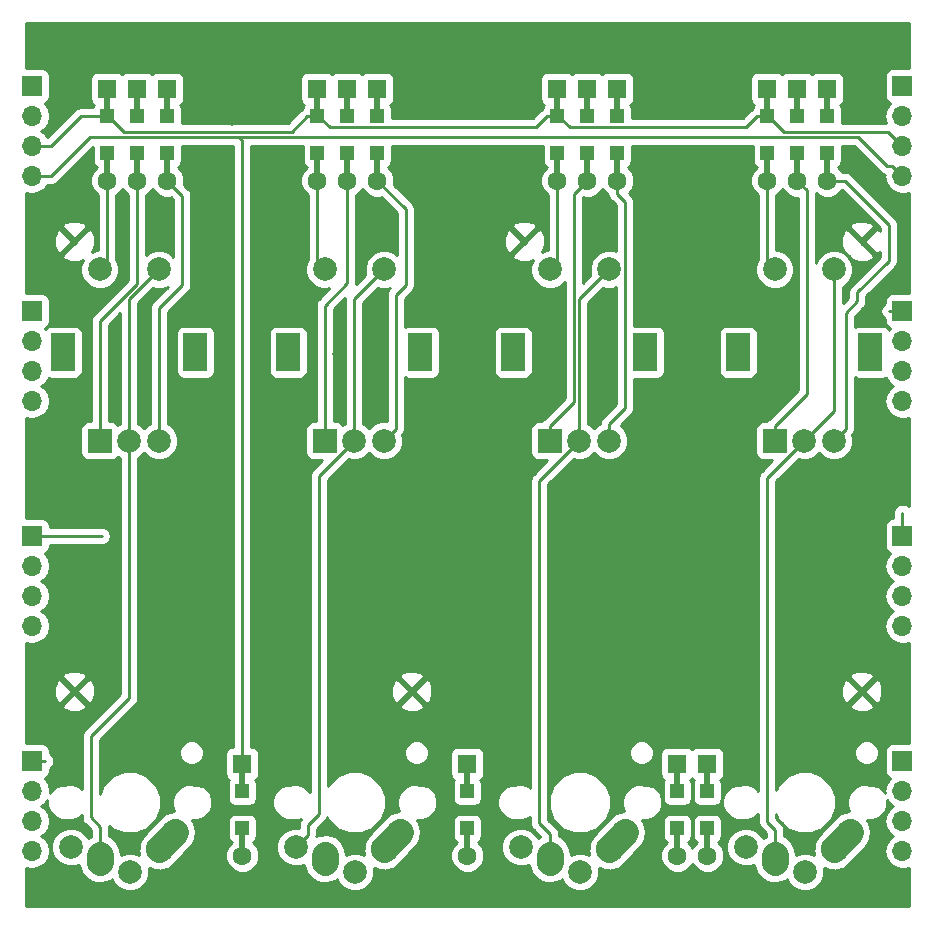
<source format=gbr>
G04 #@! TF.GenerationSoftware,KiCad,Pcbnew,(5.0.0)*
G04 #@! TF.CreationDate,2020-05-09T15:13:36-06:00*
G04 #@! TF.ProjectId,4x4_backpack,3478345F6261636B7061636B2E6B6963,rev?*
G04 #@! TF.SameCoordinates,Original*
G04 #@! TF.FileFunction,Copper,L2,Bot,Signal*
G04 #@! TF.FilePolarity,Positive*
%FSLAX46Y46*%
G04 Gerber Fmt 4.6, Leading zero omitted, Abs format (unit mm)*
G04 Created by KiCad (PCBNEW (5.0.0)) date 05/09/20 15:13:36*
%MOMM*%
%LPD*%
G01*
G04 APERTURE LIST*
G04 #@! TA.AperFunction,ComponentPad*
%ADD10R,2.000000X2.000000*%
G04 #@! TD*
G04 #@! TA.AperFunction,ComponentPad*
%ADD11C,2.000000*%
G04 #@! TD*
G04 #@! TA.AperFunction,ComponentPad*
%ADD12R,2.000000X3.200000*%
G04 #@! TD*
G04 #@! TA.AperFunction,ComponentPad*
%ADD13C,2.250000*%
G04 #@! TD*
G04 #@! TA.AperFunction,Conductor*
%ADD14C,2.250000*%
G04 #@! TD*
G04 #@! TA.AperFunction,ComponentPad*
%ADD15C,1.600000*%
G04 #@! TD*
G04 #@! TA.AperFunction,ComponentPad*
%ADD16R,1.600000X1.600000*%
G04 #@! TD*
G04 #@! TA.AperFunction,Conductor*
%ADD17R,0.500000X2.500000*%
G04 #@! TD*
G04 #@! TA.AperFunction,SMDPad,CuDef*
%ADD18R,1.200000X1.200000*%
G04 #@! TD*
G04 #@! TA.AperFunction,ComponentPad*
%ADD19R,1.700000X1.700000*%
G04 #@! TD*
G04 #@! TA.AperFunction,ComponentPad*
%ADD20O,1.700000X1.700000*%
G04 #@! TD*
G04 #@! TA.AperFunction,ViaPad*
%ADD21C,0.800000*%
G04 #@! TD*
G04 #@! TA.AperFunction,Conductor*
%ADD22C,0.250000*%
G04 #@! TD*
G04 #@! TA.AperFunction,Conductor*
%ADD23C,0.254000*%
G04 #@! TD*
G04 APERTURE END LIST*
D10*
G04 #@! TO.P,SW1,A*
G04 #@! TO.N,Net-(D1-Pad2)*
X83185000Y-112268000D03*
D11*
G04 #@! TO.P,SW1,C*
G04 #@! TO.N,COL1*
X85685000Y-112268000D03*
G04 #@! TO.P,SW1,B*
G04 #@! TO.N,Net-(D5-Pad2)*
X88185000Y-112268000D03*
D12*
G04 #@! TO.P,SW1,MP*
G04 #@! TO.N,N/C*
X80085000Y-104768000D03*
X91285000Y-104768000D03*
D11*
G04 #@! TO.P,SW1,S2*
G04 #@! TO.N,Net-(D9-Pad2)*
X83185000Y-97768000D03*
G04 #@! TO.P,SW1,S1*
G04 #@! TO.N,COL1*
X88185000Y-97768000D03*
G04 #@! TD*
G04 #@! TO.P,S16,1*
G04 #@! TO.N,Net-(D16-Pad2)*
X142875000Y-148775000D03*
G04 #@! TO.P,S16,2*
G04 #@! TO.N,COL4*
X137875000Y-146675000D03*
D13*
G04 #@! TO.P,S16,1*
G04 #@! TO.N,Net-(D16-Pad2)*
X145375000Y-146875000D03*
X146030005Y-146145004D03*
D14*
G04 #@! TD*
G04 #@! TO.N,Net-(D16-Pad2)*
G04 #@! TO.C,S16*
X146685000Y-145415000D02*
X145375010Y-146875008D01*
D13*
G04 #@! TO.P,S16,2*
G04 #@! TO.N,COL4*
X140335000Y-147955000D03*
X140355229Y-147665016D03*
D14*
G04 #@! TD*
G04 #@! TO.N,COL4*
G04 #@! TO.C,S16*
X140375000Y-147375000D02*
X140335458Y-147955032D01*
D15*
G04 #@! TO.P,D16,2*
G04 #@! TO.N,Net-(D16-Pad2)*
X134620000Y-147410000D03*
D16*
G04 #@! TO.P,D16,1*
G04 #@! TO.N,ROW4*
X134620000Y-139610000D03*
D17*
G04 #@! TD*
G04 #@! TO.N,Net-(D16-Pad2)*
G04 #@! TO.C,D16*
X134620000Y-146210000D03*
D18*
G04 #@! TO.P,D16,2*
G04 #@! TO.N,Net-(D16-Pad2)*
X134620000Y-145085000D03*
G04 #@! TO.P,D16,1*
G04 #@! TO.N,ROW4*
X134620000Y-141935000D03*
D17*
G04 #@! TD*
G04 #@! TO.N,ROW4*
G04 #@! TO.C,D16*
X134620000Y-140810000D03*
D15*
G04 #@! TO.P,D2,2*
G04 #@! TO.N,Net-(D2-Pad2)*
X104140000Y-90260000D03*
D16*
G04 #@! TO.P,D2,1*
G04 #@! TO.N,ROW1*
X104140000Y-82460000D03*
D17*
G04 #@! TD*
G04 #@! TO.N,Net-(D2-Pad2)*
G04 #@! TO.C,D2*
X104140000Y-89060000D03*
D18*
G04 #@! TO.P,D2,2*
G04 #@! TO.N,Net-(D2-Pad2)*
X104140000Y-87935000D03*
G04 #@! TO.P,D2,1*
G04 #@! TO.N,ROW1*
X104140000Y-84785000D03*
D17*
G04 #@! TD*
G04 #@! TO.N,ROW1*
G04 #@! TO.C,D2*
X104140000Y-83660000D03*
D19*
G04 #@! TO.P,J1,1*
G04 #@! TO.N,ROW1*
X77470000Y-82232500D03*
D20*
G04 #@! TO.P,J1,2*
G04 #@! TO.N,ROW2*
X77470000Y-84772500D03*
G04 #@! TO.P,J1,3*
G04 #@! TO.N,ROW3*
X77470000Y-87312500D03*
G04 #@! TO.P,J1,4*
G04 #@! TO.N,ROW4*
X77470000Y-89852500D03*
G04 #@! TD*
G04 #@! TO.P,J2,4*
G04 #@! TO.N,COL4*
X77470000Y-108902500D03*
G04 #@! TO.P,J2,3*
G04 #@! TO.N,COL3*
X77470000Y-106362500D03*
G04 #@! TO.P,J2,2*
G04 #@! TO.N,COL2*
X77470000Y-103822500D03*
D19*
G04 #@! TO.P,J2,1*
G04 #@! TO.N,COL1*
X77470000Y-101282500D03*
G04 #@! TD*
G04 #@! TO.P,J3,1*
G04 #@! TO.N,COL5*
X77470000Y-120332500D03*
D20*
G04 #@! TO.P,J3,2*
G04 #@! TO.N,COL6*
X77470000Y-122872500D03*
G04 #@! TO.P,J3,3*
G04 #@! TO.N,COL7*
X77470000Y-125412500D03*
G04 #@! TO.P,J3,4*
G04 #@! TO.N,COL8*
X77470000Y-127952500D03*
G04 #@! TD*
G04 #@! TO.P,J4,4*
G04 #@! TO.N,COL12*
X77470000Y-147002500D03*
G04 #@! TO.P,J4,3*
G04 #@! TO.N,COL11*
X77470000Y-144462500D03*
G04 #@! TO.P,J4,2*
G04 #@! TO.N,COL10*
X77470000Y-141922500D03*
D19*
G04 #@! TO.P,J4,1*
G04 #@! TO.N,COL9*
X77470000Y-139382500D03*
G04 #@! TD*
G04 #@! TO.P,J5,1*
G04 #@! TO.N,ROW1*
X151130000Y-82232500D03*
D20*
G04 #@! TO.P,J5,2*
G04 #@! TO.N,ROW2*
X151130000Y-84772500D03*
G04 #@! TO.P,J5,3*
G04 #@! TO.N,ROW3*
X151130000Y-87312500D03*
G04 #@! TO.P,J5,4*
G04 #@! TO.N,ROW4*
X151130000Y-89852500D03*
G04 #@! TD*
G04 #@! TO.P,J6,4*
G04 #@! TO.N,COL8*
X151130000Y-108902500D03*
G04 #@! TO.P,J6,3*
G04 #@! TO.N,COL7*
X151130000Y-106362500D03*
G04 #@! TO.P,J6,2*
G04 #@! TO.N,COL6*
X151130000Y-103822500D03*
D19*
G04 #@! TO.P,J6,1*
G04 #@! TO.N,COL5*
X151130000Y-101282500D03*
G04 #@! TD*
G04 #@! TO.P,J7,1*
G04 #@! TO.N,COL9*
X151130000Y-120332500D03*
D20*
G04 #@! TO.P,J7,2*
G04 #@! TO.N,COL10*
X151130000Y-122872500D03*
G04 #@! TO.P,J7,3*
G04 #@! TO.N,COL11*
X151130000Y-125412500D03*
G04 #@! TO.P,J7,4*
G04 #@! TO.N,COL12*
X151130000Y-127952500D03*
G04 #@! TD*
G04 #@! TO.P,J8,4*
G04 #@! TO.N,N/C*
X151130000Y-147002500D03*
G04 #@! TO.P,J8,3*
X151130000Y-144462500D03*
G04 #@! TO.P,J8,2*
X151130000Y-141922500D03*
D19*
G04 #@! TO.P,J8,1*
X151130000Y-139382500D03*
G04 #@! TD*
D15*
G04 #@! TO.P,D1,2*
G04 #@! TO.N,Net-(D1-Pad2)*
X86360000Y-90260000D03*
D16*
G04 #@! TO.P,D1,1*
G04 #@! TO.N,ROW1*
X86360000Y-82460000D03*
D17*
G04 #@! TD*
G04 #@! TO.N,Net-(D1-Pad2)*
G04 #@! TO.C,D1*
X86360000Y-89060000D03*
D18*
G04 #@! TO.P,D1,2*
G04 #@! TO.N,Net-(D1-Pad2)*
X86360000Y-87935000D03*
G04 #@! TO.P,D1,1*
G04 #@! TO.N,ROW1*
X86360000Y-84785000D03*
D17*
G04 #@! TD*
G04 #@! TO.N,ROW1*
G04 #@! TO.C,D1*
X86360000Y-83660000D03*
G04 #@! TO.N,ROW1*
G04 #@! TO.C,D3*
X124460000Y-83660000D03*
D18*
G04 #@! TD*
G04 #@! TO.P,D3,1*
G04 #@! TO.N,ROW1*
X124460000Y-84785000D03*
G04 #@! TO.P,D3,2*
G04 #@! TO.N,Net-(D3-Pad2)*
X124460000Y-87935000D03*
D17*
G04 #@! TD*
G04 #@! TO.N,Net-(D3-Pad2)*
G04 #@! TO.C,D3*
X124460000Y-89060000D03*
D16*
G04 #@! TO.P,D3,1*
G04 #@! TO.N,ROW1*
X124460000Y-82460000D03*
D15*
G04 #@! TO.P,D3,2*
G04 #@! TO.N,Net-(D3-Pad2)*
X124460000Y-90260000D03*
G04 #@! TD*
D17*
G04 #@! TO.N,ROW1*
G04 #@! TO.C,D4*
X142240000Y-83660000D03*
D18*
G04 #@! TD*
G04 #@! TO.P,D4,1*
G04 #@! TO.N,ROW1*
X142240000Y-84785000D03*
G04 #@! TO.P,D4,2*
G04 #@! TO.N,Net-(D4-Pad2)*
X142240000Y-87935000D03*
D17*
G04 #@! TD*
G04 #@! TO.N,Net-(D4-Pad2)*
G04 #@! TO.C,D4*
X142240000Y-89060000D03*
D16*
G04 #@! TO.P,D4,1*
G04 #@! TO.N,ROW1*
X142240000Y-82460000D03*
D15*
G04 #@! TO.P,D4,2*
G04 #@! TO.N,Net-(D4-Pad2)*
X142240000Y-90260000D03*
G04 #@! TD*
G04 #@! TO.P,D5,2*
G04 #@! TO.N,Net-(D5-Pad2)*
X88900000Y-90260000D03*
D16*
G04 #@! TO.P,D5,1*
G04 #@! TO.N,ROW2*
X88900000Y-82460000D03*
D17*
G04 #@! TD*
G04 #@! TO.N,Net-(D5-Pad2)*
G04 #@! TO.C,D5*
X88900000Y-89060000D03*
D18*
G04 #@! TO.P,D5,2*
G04 #@! TO.N,Net-(D5-Pad2)*
X88900000Y-87935000D03*
G04 #@! TO.P,D5,1*
G04 #@! TO.N,ROW2*
X88900000Y-84785000D03*
D17*
G04 #@! TD*
G04 #@! TO.N,ROW2*
G04 #@! TO.C,D5*
X88900000Y-83660000D03*
G04 #@! TO.N,ROW2*
G04 #@! TO.C,D6*
X106680000Y-83660000D03*
D18*
G04 #@! TD*
G04 #@! TO.P,D6,1*
G04 #@! TO.N,ROW2*
X106680000Y-84785000D03*
G04 #@! TO.P,D6,2*
G04 #@! TO.N,Net-(D6-Pad2)*
X106680000Y-87935000D03*
D17*
G04 #@! TD*
G04 #@! TO.N,Net-(D6-Pad2)*
G04 #@! TO.C,D6*
X106680000Y-89060000D03*
D16*
G04 #@! TO.P,D6,1*
G04 #@! TO.N,ROW2*
X106680000Y-82460000D03*
D15*
G04 #@! TO.P,D6,2*
G04 #@! TO.N,Net-(D6-Pad2)*
X106680000Y-90260000D03*
G04 #@! TD*
G04 #@! TO.P,D7,2*
G04 #@! TO.N,Net-(D7-Pad2)*
X127000000Y-90260000D03*
D16*
G04 #@! TO.P,D7,1*
G04 #@! TO.N,ROW2*
X127000000Y-82460000D03*
D17*
G04 #@! TD*
G04 #@! TO.N,Net-(D7-Pad2)*
G04 #@! TO.C,D7*
X127000000Y-89060000D03*
D18*
G04 #@! TO.P,D7,2*
G04 #@! TO.N,Net-(D7-Pad2)*
X127000000Y-87935000D03*
G04 #@! TO.P,D7,1*
G04 #@! TO.N,ROW2*
X127000000Y-84785000D03*
D17*
G04 #@! TD*
G04 #@! TO.N,ROW2*
G04 #@! TO.C,D7*
X127000000Y-83660000D03*
G04 #@! TO.N,ROW2*
G04 #@! TO.C,D8*
X144780000Y-83660000D03*
D18*
G04 #@! TD*
G04 #@! TO.P,D8,1*
G04 #@! TO.N,ROW2*
X144780000Y-84785000D03*
G04 #@! TO.P,D8,2*
G04 #@! TO.N,Net-(D8-Pad2)*
X144780000Y-87935000D03*
D17*
G04 #@! TD*
G04 #@! TO.N,Net-(D8-Pad2)*
G04 #@! TO.C,D8*
X144780000Y-89060000D03*
D16*
G04 #@! TO.P,D8,1*
G04 #@! TO.N,ROW2*
X144780000Y-82460000D03*
D15*
G04 #@! TO.P,D8,2*
G04 #@! TO.N,Net-(D8-Pad2)*
X144780000Y-90260000D03*
G04 #@! TD*
D17*
G04 #@! TO.N,ROW3*
G04 #@! TO.C,D9*
X83820000Y-83660000D03*
D18*
G04 #@! TD*
G04 #@! TO.P,D9,1*
G04 #@! TO.N,ROW3*
X83820000Y-84785000D03*
G04 #@! TO.P,D9,2*
G04 #@! TO.N,Net-(D9-Pad2)*
X83820000Y-87935000D03*
D17*
G04 #@! TD*
G04 #@! TO.N,Net-(D9-Pad2)*
G04 #@! TO.C,D9*
X83820000Y-89060000D03*
D16*
G04 #@! TO.P,D9,1*
G04 #@! TO.N,ROW3*
X83820000Y-82460000D03*
D15*
G04 #@! TO.P,D9,2*
G04 #@! TO.N,Net-(D9-Pad2)*
X83820000Y-90260000D03*
G04 #@! TD*
G04 #@! TO.P,D10,2*
G04 #@! TO.N,Net-(D10-Pad2)*
X101600000Y-90260000D03*
D16*
G04 #@! TO.P,D10,1*
G04 #@! TO.N,ROW3*
X101600000Y-82460000D03*
D17*
G04 #@! TD*
G04 #@! TO.N,Net-(D10-Pad2)*
G04 #@! TO.C,D10*
X101600000Y-89060000D03*
D18*
G04 #@! TO.P,D10,2*
G04 #@! TO.N,Net-(D10-Pad2)*
X101600000Y-87935000D03*
G04 #@! TO.P,D10,1*
G04 #@! TO.N,ROW3*
X101600000Y-84785000D03*
D17*
G04 #@! TD*
G04 #@! TO.N,ROW3*
G04 #@! TO.C,D10*
X101600000Y-83660000D03*
G04 #@! TO.N,ROW3*
G04 #@! TO.C,D11*
X121920000Y-83660000D03*
D18*
G04 #@! TD*
G04 #@! TO.P,D11,1*
G04 #@! TO.N,ROW3*
X121920000Y-84785000D03*
G04 #@! TO.P,D11,2*
G04 #@! TO.N,Net-(D11-Pad2)*
X121920000Y-87935000D03*
D17*
G04 #@! TD*
G04 #@! TO.N,Net-(D11-Pad2)*
G04 #@! TO.C,D11*
X121920000Y-89060000D03*
D16*
G04 #@! TO.P,D11,1*
G04 #@! TO.N,ROW3*
X121920000Y-82460000D03*
D15*
G04 #@! TO.P,D11,2*
G04 #@! TO.N,Net-(D11-Pad2)*
X121920000Y-90260000D03*
G04 #@! TD*
G04 #@! TO.P,D12,2*
G04 #@! TO.N,Net-(D12-Pad2)*
X139700000Y-90260000D03*
D16*
G04 #@! TO.P,D12,1*
G04 #@! TO.N,ROW3*
X139700000Y-82460000D03*
D17*
G04 #@! TD*
G04 #@! TO.N,Net-(D12-Pad2)*
G04 #@! TO.C,D12*
X139700000Y-89060000D03*
D18*
G04 #@! TO.P,D12,2*
G04 #@! TO.N,Net-(D12-Pad2)*
X139700000Y-87935000D03*
G04 #@! TO.P,D12,1*
G04 #@! TO.N,ROW3*
X139700000Y-84785000D03*
D17*
G04 #@! TD*
G04 #@! TO.N,ROW3*
G04 #@! TO.C,D12*
X139700000Y-83660000D03*
D15*
G04 #@! TO.P,D13,2*
G04 #@! TO.N,Net-(D13-Pad2)*
X95250000Y-147410000D03*
D16*
G04 #@! TO.P,D13,1*
G04 #@! TO.N,ROW4*
X95250000Y-139610000D03*
D17*
G04 #@! TD*
G04 #@! TO.N,Net-(D13-Pad2)*
G04 #@! TO.C,D13*
X95250000Y-146210000D03*
D18*
G04 #@! TO.P,D13,2*
G04 #@! TO.N,Net-(D13-Pad2)*
X95250000Y-145085000D03*
G04 #@! TO.P,D13,1*
G04 #@! TO.N,ROW4*
X95250000Y-141935000D03*
D17*
G04 #@! TD*
G04 #@! TO.N,ROW4*
G04 #@! TO.C,D13*
X95250000Y-140810000D03*
G04 #@! TO.N,ROW4*
G04 #@! TO.C,D14*
X114300000Y-140810000D03*
D18*
G04 #@! TD*
G04 #@! TO.P,D14,1*
G04 #@! TO.N,ROW4*
X114300000Y-141935000D03*
G04 #@! TO.P,D14,2*
G04 #@! TO.N,Net-(D14-Pad2)*
X114300000Y-145085000D03*
D17*
G04 #@! TD*
G04 #@! TO.N,Net-(D14-Pad2)*
G04 #@! TO.C,D14*
X114300000Y-146210000D03*
D16*
G04 #@! TO.P,D14,1*
G04 #@! TO.N,ROW4*
X114300000Y-139610000D03*
D15*
G04 #@! TO.P,D14,2*
G04 #@! TO.N,Net-(D14-Pad2)*
X114300000Y-147410000D03*
G04 #@! TD*
D17*
G04 #@! TO.N,ROW4*
G04 #@! TO.C,D15*
X132080000Y-140810000D03*
D18*
G04 #@! TD*
G04 #@! TO.P,D15,1*
G04 #@! TO.N,ROW4*
X132080000Y-141935000D03*
G04 #@! TO.P,D15,2*
G04 #@! TO.N,Net-(D15-Pad2)*
X132080000Y-145085000D03*
D17*
G04 #@! TD*
G04 #@! TO.N,Net-(D15-Pad2)*
G04 #@! TO.C,D15*
X132080000Y-146210000D03*
D16*
G04 #@! TO.P,D15,1*
G04 #@! TO.N,ROW4*
X132080000Y-139610000D03*
D15*
G04 #@! TO.P,D15,2*
G04 #@! TO.N,Net-(D15-Pad2)*
X132080000Y-147410000D03*
G04 #@! TD*
D11*
G04 #@! TO.P,S13,1*
G04 #@! TO.N,Net-(D13-Pad2)*
X85725000Y-148775000D03*
G04 #@! TO.P,S13,2*
G04 #@! TO.N,COL1*
X80725000Y-146675000D03*
D13*
G04 #@! TO.P,S13,1*
G04 #@! TO.N,Net-(D13-Pad2)*
X88225000Y-146875000D03*
X88880005Y-146145004D03*
D14*
G04 #@! TD*
G04 #@! TO.N,Net-(D13-Pad2)*
G04 #@! TO.C,S13*
X89535000Y-145415000D02*
X88225010Y-146875008D01*
D13*
G04 #@! TO.P,S13,2*
G04 #@! TO.N,COL1*
X83185000Y-147955000D03*
X83205229Y-147665016D03*
D14*
G04 #@! TD*
G04 #@! TO.N,COL1*
G04 #@! TO.C,S13*
X83225000Y-147375000D02*
X83185458Y-147955032D01*
D11*
G04 #@! TO.P,S14,1*
G04 #@! TO.N,Net-(D14-Pad2)*
X104775000Y-148775000D03*
G04 #@! TO.P,S14,2*
G04 #@! TO.N,COL2*
X99775000Y-146675000D03*
D13*
G04 #@! TO.P,S14,1*
G04 #@! TO.N,Net-(D14-Pad2)*
X107275000Y-146875000D03*
X107930005Y-146145004D03*
D14*
G04 #@! TD*
G04 #@! TO.N,Net-(D14-Pad2)*
G04 #@! TO.C,S14*
X108585000Y-145415000D02*
X107275010Y-146875008D01*
D13*
G04 #@! TO.P,S14,2*
G04 #@! TO.N,COL2*
X102235000Y-147955000D03*
X102255229Y-147665016D03*
D14*
G04 #@! TD*
G04 #@! TO.N,COL2*
G04 #@! TO.C,S14*
X102275000Y-147375000D02*
X102235458Y-147955032D01*
D13*
G04 #@! TO.P,S15,2*
G04 #@! TO.N,COL3*
X121305229Y-147665016D03*
D14*
G04 #@! TD*
G04 #@! TO.N,COL3*
G04 #@! TO.C,S15*
X121325000Y-147375000D02*
X121285458Y-147955032D01*
D13*
G04 #@! TO.P,S15,2*
G04 #@! TO.N,COL3*
X121285000Y-147955000D03*
G04 #@! TO.P,S15,1*
G04 #@! TO.N,Net-(D15-Pad2)*
X126980005Y-146145004D03*
D14*
G04 #@! TD*
G04 #@! TO.N,Net-(D15-Pad2)*
G04 #@! TO.C,S15*
X127635000Y-145415000D02*
X126325010Y-146875008D01*
D13*
G04 #@! TO.P,S15,1*
G04 #@! TO.N,Net-(D15-Pad2)*
X126325000Y-146875000D03*
D11*
G04 #@! TO.P,S15,2*
G04 #@! TO.N,COL3*
X118825000Y-146675000D03*
G04 #@! TO.P,S15,1*
G04 #@! TO.N,Net-(D15-Pad2)*
X123825000Y-148775000D03*
G04 #@! TD*
G04 #@! TO.P,SW2,S1*
G04 #@! TO.N,COL2*
X107235000Y-97768000D03*
G04 #@! TO.P,SW2,S2*
G04 #@! TO.N,Net-(D10-Pad2)*
X102235000Y-97768000D03*
D12*
G04 #@! TO.P,SW2,MP*
G04 #@! TO.N,N/C*
X110335000Y-104768000D03*
X99135000Y-104768000D03*
D11*
G04 #@! TO.P,SW2,B*
G04 #@! TO.N,Net-(D6-Pad2)*
X107235000Y-112268000D03*
G04 #@! TO.P,SW2,C*
G04 #@! TO.N,COL2*
X104735000Y-112268000D03*
D10*
G04 #@! TO.P,SW2,A*
G04 #@! TO.N,Net-(D2-Pad2)*
X102235000Y-112268000D03*
G04 #@! TD*
G04 #@! TO.P,SW3,A*
G04 #@! TO.N,Net-(D3-Pad2)*
X121285000Y-112268000D03*
D11*
G04 #@! TO.P,SW3,C*
G04 #@! TO.N,COL3*
X123785000Y-112268000D03*
G04 #@! TO.P,SW3,B*
G04 #@! TO.N,Net-(D7-Pad2)*
X126285000Y-112268000D03*
D12*
G04 #@! TO.P,SW3,MP*
G04 #@! TO.N,N/C*
X118185000Y-104768000D03*
X129385000Y-104768000D03*
D11*
G04 #@! TO.P,SW3,S2*
G04 #@! TO.N,Net-(D11-Pad2)*
X121285000Y-97768000D03*
G04 #@! TO.P,SW3,S1*
G04 #@! TO.N,COL3*
X126285000Y-97768000D03*
G04 #@! TD*
G04 #@! TO.P,SW4,S1*
G04 #@! TO.N,COL4*
X145335000Y-97768000D03*
G04 #@! TO.P,SW4,S2*
G04 #@! TO.N,Net-(D12-Pad2)*
X140335000Y-97768000D03*
D12*
G04 #@! TO.P,SW4,MP*
G04 #@! TO.N,N/C*
X148435000Y-104768000D03*
X137235000Y-104768000D03*
D11*
G04 #@! TO.P,SW4,B*
G04 #@! TO.N,Net-(D8-Pad2)*
X145335000Y-112268000D03*
G04 #@! TO.P,SW4,C*
G04 #@! TO.N,COL4*
X142835000Y-112268000D03*
D10*
G04 #@! TO.P,SW4,A*
G04 #@! TO.N,Net-(D4-Pad2)*
X140335000Y-112268000D03*
G04 #@! TD*
D21*
G04 #@! TO.N,GND*
X130048000Y-131953000D03*
X81026000Y-149098000D03*
X141795500Y-132524500D03*
X77470000Y-149860000D03*
X78740000Y-151130000D03*
X151130000Y-149860000D03*
X149860000Y-151130000D03*
X151130000Y-78740000D03*
X149860000Y-77470000D03*
X77470000Y-95250000D03*
X77470000Y-114300000D03*
X77470000Y-133350000D03*
X151130000Y-133350000D03*
X151130000Y-95250000D03*
X125476000Y-93726000D03*
X106807000Y-93980000D03*
X88773000Y-93218000D03*
X86995000Y-104648000D03*
X84455000Y-104648000D03*
X106553000Y-105029000D03*
X103251000Y-104902000D03*
X126238000Y-105410000D03*
X144526000Y-123825000D03*
X147828000Y-125984000D03*
X143129000Y-118237000D03*
X136017000Y-118110000D03*
X115189000Y-123190000D03*
X122936000Y-123063000D03*
X105664000Y-123317000D03*
X98679000Y-123571000D03*
X89154000Y-123317000D03*
X82931000Y-123571000D03*
X94361000Y-85217000D03*
X80518000Y-82804000D03*
X94488000Y-82296000D03*
X109982000Y-82550000D03*
X118745000Y-82550000D03*
X133223000Y-82677000D03*
X147828000Y-83185000D03*
G04 #@! TD*
D22*
G04 #@! TO.N,ROW3*
X77470000Y-87312500D02*
X79057500Y-87312500D01*
X81585000Y-84785000D02*
X83820000Y-84785000D01*
X79057500Y-87312500D02*
X81585000Y-84785000D01*
X121070000Y-84785000D02*
X121920000Y-84785000D01*
X120144999Y-85710001D02*
X121070000Y-84785000D01*
X102650001Y-85710001D02*
X120144999Y-85710001D01*
X101600000Y-84660000D02*
X102650001Y-85710001D01*
X101600000Y-83660000D02*
X101600000Y-84660000D01*
X138850000Y-84785000D02*
X139700000Y-84785000D01*
X137924999Y-85710001D02*
X138850000Y-84785000D01*
X122970001Y-85710001D02*
X137924999Y-85710001D01*
X121920000Y-84660000D02*
X122970001Y-85710001D01*
X121920000Y-83660000D02*
X121920000Y-84660000D01*
X149923500Y-86106000D02*
X151130000Y-87312500D01*
X141146000Y-86106000D02*
X149923500Y-86106000D01*
X139700000Y-83660000D02*
X139700000Y-84660000D01*
X139700000Y-84660000D02*
X141146000Y-86106000D01*
X100750000Y-84785000D02*
X101600000Y-84785000D01*
X99429000Y-86106000D02*
X100750000Y-84785000D01*
X85266000Y-86106000D02*
X99429000Y-86106000D01*
X83820000Y-83660000D02*
X83820000Y-84660000D01*
X83820000Y-84660000D02*
X85266000Y-86106000D01*
G04 #@! TO.N,ROW4*
X150280001Y-89002501D02*
X149835501Y-89002501D01*
X151130000Y-89852500D02*
X150280001Y-89002501D01*
X149835501Y-89002501D02*
X147389010Y-86556010D01*
X79057500Y-89852500D02*
X77470000Y-89852500D01*
X82353990Y-86556010D02*
X79057500Y-89852500D01*
X95250000Y-86810010D02*
X94996000Y-86556010D01*
X95250000Y-139610000D02*
X95250000Y-86810010D01*
X147389010Y-86556010D02*
X94996000Y-86556010D01*
X94996000Y-86556010D02*
X82353990Y-86556010D01*
G04 #@! TO.N,COL5*
X151130000Y-101282500D02*
X150178910Y-101282500D01*
X150030000Y-101282500D02*
X151130000Y-101282500D01*
X77470000Y-120332500D02*
X83374090Y-120332500D01*
G04 #@! TO.N,COL6*
X77470000Y-122872500D02*
X77470000Y-122553590D01*
G04 #@! TO.N,Net-(D8-Pad2)*
X145415000Y-112077500D02*
X145415000Y-112776000D01*
G04 #@! TO.N,COL9*
X151130000Y-120332500D02*
X151130000Y-118364000D01*
X78570000Y-139382500D02*
X77470000Y-139382500D01*
G04 #@! TO.N,COL4*
X145335000Y-109768000D02*
X142835000Y-112268000D01*
X145335000Y-97768000D02*
X145335000Y-109768000D01*
X140375000Y-147375000D02*
X140375000Y-145201000D01*
X140375000Y-145201000D02*
X139700000Y-144526000D01*
X139700000Y-115403000D02*
X142835000Y-112268000D01*
X139700000Y-144526000D02*
X139700000Y-115403000D01*
G04 #@! TO.N,COL3*
X123785000Y-100268000D02*
X126285000Y-97768000D01*
X123785000Y-112268000D02*
X123785000Y-100268000D01*
X121325000Y-147375000D02*
X121325000Y-145582000D01*
X121325000Y-145582000D02*
X120396000Y-144653000D01*
X120396000Y-115657000D02*
X123785000Y-112268000D01*
X120396000Y-144653000D02*
X120396000Y-115657000D01*
G04 #@! TO.N,COL2*
X104735000Y-100268000D02*
X107235000Y-97768000D01*
X104735000Y-112268000D02*
X104735000Y-100268000D01*
X100774999Y-145675001D02*
X100774999Y-144843001D01*
X99775000Y-146675000D02*
X100774999Y-145675001D01*
X100774999Y-144843001D02*
X101727000Y-143891000D01*
X101727000Y-115276000D02*
X104735000Y-112268000D01*
X101727000Y-143891000D02*
X101727000Y-115276000D01*
G04 #@! TO.N,COL1*
X77470000Y-101282500D02*
X77787500Y-100965000D01*
X85685000Y-100268000D02*
X88185000Y-97768000D01*
X85685000Y-112268000D02*
X85685000Y-100268000D01*
X83225000Y-147375000D02*
X83225000Y-144947000D01*
X83225000Y-144947000D02*
X82423000Y-144145000D01*
X82423000Y-144145000D02*
X82423000Y-137287000D01*
X85685000Y-134025000D02*
X85685000Y-112268000D01*
X82423000Y-137287000D02*
X85685000Y-134025000D01*
G04 #@! TO.N,Net-(D1-Pad2)*
X86360000Y-91391370D02*
X86360000Y-90260000D01*
X86360000Y-98956590D02*
X86360000Y-91391370D01*
X83185000Y-102131590D02*
X86360000Y-98956590D01*
X83185000Y-112268000D02*
X83185000Y-102131590D01*
G04 #@! TO.N,Net-(D2-Pad2)*
X104140000Y-90260000D02*
X104140000Y-98933000D01*
X102235000Y-100838000D02*
X102235000Y-112268000D01*
X104140000Y-98933000D02*
X102235000Y-100838000D01*
G04 #@! TO.N,Net-(D3-Pad2)*
X121285000Y-111018000D02*
X121285000Y-112268000D01*
X123334991Y-108968009D02*
X121285000Y-111018000D01*
X123334991Y-91385009D02*
X123334991Y-108968009D01*
X124460000Y-90260000D02*
X123334991Y-91385009D01*
G04 #@! TO.N,Net-(D4-Pad2)*
X143039999Y-91059999D02*
X143039999Y-108313001D01*
X142240000Y-90260000D02*
X143039999Y-91059999D01*
X143039999Y-108313001D02*
X140335000Y-111018000D01*
X140335000Y-111018000D02*
X140335000Y-112268000D01*
G04 #@! TO.N,Net-(D5-Pad2)*
X90170000Y-91530000D02*
X88900000Y-90260000D01*
X90170000Y-99060000D02*
X90170000Y-91530000D01*
X88185000Y-112268000D02*
X88185000Y-101045000D01*
X88185000Y-101045000D02*
X90170000Y-99060000D01*
G04 #@! TO.N,Net-(D6-Pad2)*
X109093000Y-92673000D02*
X106680000Y-90260000D01*
X109093000Y-99060000D02*
X109093000Y-92673000D01*
X108234999Y-99918001D02*
X109093000Y-99060000D01*
X107235000Y-112268000D02*
X108234999Y-111268001D01*
X108234999Y-111268001D02*
X108234999Y-99918001D01*
G04 #@! TO.N,Net-(D7-Pad2)*
X126285000Y-110853787D02*
X127635000Y-109503787D01*
X126285000Y-112268000D02*
X126285000Y-110853787D01*
X127000000Y-91391370D02*
X127000000Y-90260000D01*
X127635000Y-92026370D02*
X127000000Y-91391370D01*
X127635000Y-109503787D02*
X127635000Y-92026370D01*
G04 #@! TO.N,Net-(D8-Pad2)*
X146267000Y-90260000D02*
X144780000Y-90260000D01*
X149987000Y-93980000D02*
X146267000Y-90260000D01*
X146334999Y-111268001D02*
X146334999Y-101442001D01*
X146334999Y-101442001D02*
X147320000Y-100457000D01*
X147320000Y-100457000D02*
X147320000Y-99695000D01*
X147320000Y-99695000D02*
X149987000Y-97028000D01*
X145335000Y-112268000D02*
X146334999Y-111268001D01*
X149987000Y-97028000D02*
X149987000Y-93980000D01*
G04 #@! TO.N,Net-(D9-Pad2)*
X83820000Y-97133000D02*
X83820000Y-90260000D01*
X83185000Y-97768000D02*
X83820000Y-97133000D01*
G04 #@! TO.N,Net-(D10-Pad2)*
X101600000Y-97133000D02*
X102235000Y-97768000D01*
X101600000Y-90260000D02*
X101600000Y-97133000D01*
G04 #@! TO.N,Net-(D11-Pad2)*
X121920000Y-97133000D02*
X121285000Y-97768000D01*
X121920000Y-90260000D02*
X121920000Y-97133000D01*
G04 #@! TO.N,Net-(D12-Pad2)*
X139700000Y-97133000D02*
X140335000Y-97768000D01*
X139700000Y-90260000D02*
X139700000Y-97133000D01*
G04 #@! TD*
D23*
G04 #@! TO.N,GND*
G36*
X94490000Y-138162560D02*
X94450000Y-138162560D01*
X94202235Y-138211843D01*
X93992191Y-138352191D01*
X93851843Y-138562235D01*
X93802560Y-138810000D01*
X93802560Y-140410000D01*
X93851843Y-140657765D01*
X93992191Y-140867809D01*
X94134793Y-140963093D01*
X94051843Y-141087235D01*
X94002560Y-141335000D01*
X94002560Y-142535000D01*
X94051843Y-142782765D01*
X94192191Y-142992809D01*
X94402235Y-143133157D01*
X94650000Y-143182440D01*
X95850000Y-143182440D01*
X96097765Y-143133157D01*
X96307809Y-142992809D01*
X96448157Y-142782765D01*
X96497440Y-142535000D01*
X96497440Y-141335000D01*
X96448157Y-141087235D01*
X96365207Y-140963093D01*
X96507809Y-140867809D01*
X96648157Y-140657765D01*
X96697440Y-140410000D01*
X96697440Y-138810000D01*
X96648157Y-138562235D01*
X96507809Y-138352191D01*
X96297765Y-138211843D01*
X96050000Y-138162560D01*
X96010000Y-138162560D01*
X96010000Y-103168000D01*
X97487560Y-103168000D01*
X97487560Y-106368000D01*
X97536843Y-106615765D01*
X97677191Y-106825809D01*
X97887235Y-106966157D01*
X98135000Y-107015440D01*
X100135000Y-107015440D01*
X100382765Y-106966157D01*
X100592809Y-106825809D01*
X100733157Y-106615765D01*
X100782440Y-106368000D01*
X100782440Y-103168000D01*
X100733157Y-102920235D01*
X100592809Y-102710191D01*
X100382765Y-102569843D01*
X100135000Y-102520560D01*
X98135000Y-102520560D01*
X97887235Y-102569843D01*
X97677191Y-102710191D01*
X97536843Y-102920235D01*
X97487560Y-103168000D01*
X96010000Y-103168000D01*
X96010000Y-87316010D01*
X100356337Y-87316010D01*
X100352560Y-87335000D01*
X100352560Y-88535000D01*
X100401843Y-88782765D01*
X100542191Y-88992809D01*
X100702560Y-89099965D01*
X100702560Y-89128044D01*
X100383466Y-89447138D01*
X100165000Y-89974561D01*
X100165000Y-90545439D01*
X100383466Y-91072862D01*
X100787138Y-91476534D01*
X100840000Y-91498430D01*
X100840001Y-96863365D01*
X100600000Y-97442778D01*
X100600000Y-98093222D01*
X100848914Y-98694153D01*
X101308847Y-99154086D01*
X101909778Y-99403000D01*
X102560222Y-99403000D01*
X102619931Y-99378268D01*
X101750530Y-100247669D01*
X101687071Y-100290071D01*
X101519096Y-100541464D01*
X101475000Y-100763149D01*
X101475000Y-100763153D01*
X101460112Y-100838000D01*
X101475000Y-100912847D01*
X101475001Y-110620560D01*
X101235000Y-110620560D01*
X100987235Y-110669843D01*
X100777191Y-110810191D01*
X100636843Y-111020235D01*
X100587560Y-111268000D01*
X100587560Y-113268000D01*
X100636843Y-113515765D01*
X100777191Y-113725809D01*
X100987235Y-113866157D01*
X101235000Y-113915440D01*
X102012758Y-113915440D01*
X101242528Y-114685671D01*
X101179072Y-114728071D01*
X101136672Y-114791527D01*
X101136671Y-114791528D01*
X101011097Y-114979463D01*
X100952112Y-115276000D01*
X100967001Y-115350852D01*
X100967000Y-142011538D01*
X100550346Y-141594884D01*
X99995358Y-141365000D01*
X99394642Y-141365000D01*
X99334287Y-141390000D01*
X98979615Y-141390000D01*
X98433815Y-141616078D01*
X98016078Y-142033815D01*
X97790000Y-142579615D01*
X97790000Y-143170385D01*
X98016078Y-143716185D01*
X98433815Y-144133922D01*
X98979615Y-144360000D01*
X99334287Y-144360000D01*
X99394642Y-144385000D01*
X99995358Y-144385000D01*
X100250897Y-144279152D01*
X100227071Y-144295072D01*
X100184671Y-144358528D01*
X100184670Y-144358529D01*
X100166983Y-144385000D01*
X100059096Y-144546464D01*
X100014999Y-144768149D01*
X100014999Y-144768154D01*
X100000111Y-144843001D01*
X100014999Y-144917848D01*
X100014999Y-145040000D01*
X99449778Y-145040000D01*
X98848847Y-145288914D01*
X98388914Y-145748847D01*
X98140000Y-146349778D01*
X98140000Y-147000222D01*
X98388914Y-147601153D01*
X98848847Y-148061086D01*
X99449778Y-148310000D01*
X100100222Y-148310000D01*
X100475000Y-148154762D01*
X100475000Y-148305086D01*
X100520065Y-148413883D01*
X100534708Y-148527400D01*
X100651088Y-148730201D01*
X100742944Y-148951960D01*
X100826026Y-149035042D01*
X100883205Y-149134680D01*
X101069015Y-149278031D01*
X101238040Y-149447056D01*
X101346145Y-149491835D01*
X101437571Y-149562369D01*
X101665266Y-149624019D01*
X101884914Y-149715000D01*
X102001292Y-149715000D01*
X102113408Y-149745356D01*
X102348741Y-149715000D01*
X102585086Y-149715000D01*
X102691973Y-149670726D01*
X102807826Y-149655782D01*
X103014801Y-149537006D01*
X103231960Y-149447056D01*
X103268520Y-149410496D01*
X103388914Y-149701153D01*
X103848847Y-150161086D01*
X104449778Y-150410000D01*
X105100222Y-150410000D01*
X105701153Y-150161086D01*
X106161086Y-149701153D01*
X106410000Y-149100222D01*
X106410000Y-148449778D01*
X106395969Y-148415904D01*
X106485631Y-148453043D01*
X106678955Y-148567602D01*
X106806193Y-148585824D01*
X106924914Y-148635000D01*
X107149572Y-148635000D01*
X107372053Y-148666862D01*
X107496598Y-148635000D01*
X107625086Y-148635000D01*
X107832621Y-148549036D01*
X108050378Y-148493328D01*
X108153258Y-148416224D01*
X108271960Y-148367056D01*
X108430791Y-148208225D01*
X108469235Y-148179413D01*
X108553344Y-148085672D01*
X108767056Y-147871960D01*
X108785886Y-147826499D01*
X109415699Y-147124561D01*
X112865000Y-147124561D01*
X112865000Y-147695439D01*
X113083466Y-148222862D01*
X113487138Y-148626534D01*
X114014561Y-148845000D01*
X114585439Y-148845000D01*
X115112862Y-148626534D01*
X115516534Y-148222862D01*
X115735000Y-147695439D01*
X115735000Y-147124561D01*
X115516534Y-146597138D01*
X115197440Y-146278044D01*
X115197440Y-146249965D01*
X115357809Y-146142809D01*
X115498157Y-145932765D01*
X115547440Y-145685000D01*
X115547440Y-144485000D01*
X115498157Y-144237235D01*
X115357809Y-144027191D01*
X115147765Y-143886843D01*
X114900000Y-143837560D01*
X113700000Y-143837560D01*
X113452235Y-143886843D01*
X113242191Y-144027191D01*
X113101843Y-144237235D01*
X113052560Y-144485000D01*
X113052560Y-145685000D01*
X113101843Y-145932765D01*
X113242191Y-146142809D01*
X113402560Y-146249965D01*
X113402560Y-146278044D01*
X113083466Y-146597138D01*
X112865000Y-147124561D01*
X109415699Y-147124561D01*
X110010752Y-146461365D01*
X110277594Y-146011056D01*
X110376854Y-145317957D01*
X110203320Y-144639631D01*
X110012485Y-144385000D01*
X110155358Y-144385000D01*
X110215713Y-144360000D01*
X110570385Y-144360000D01*
X111116185Y-144133922D01*
X111533922Y-143716185D01*
X111760000Y-143170385D01*
X111760000Y-142579615D01*
X111533922Y-142033815D01*
X111116185Y-141616078D01*
X110570385Y-141390000D01*
X110215713Y-141390000D01*
X110155358Y-141365000D01*
X109554642Y-141365000D01*
X108999654Y-141594884D01*
X108574884Y-142019654D01*
X108345000Y-142574642D01*
X108345000Y-143175358D01*
X108533162Y-143629620D01*
X108487956Y-143623146D01*
X107809631Y-143796680D01*
X107390775Y-144110595D01*
X105996999Y-145663985D01*
X105782944Y-145878040D01*
X105696917Y-146085728D01*
X105582416Y-146278953D01*
X105564203Y-146406127D01*
X105515000Y-146524914D01*
X105515000Y-146749695D01*
X105483156Y-146972051D01*
X105515000Y-147096526D01*
X105515000Y-147225086D01*
X105558360Y-147329767D01*
X105100222Y-147140000D01*
X104449778Y-147140000D01*
X104041103Y-147309279D01*
X103975750Y-146802633D01*
X103627253Y-146195353D01*
X103072887Y-145767663D01*
X102397050Y-145584676D01*
X101702632Y-145674250D01*
X101530374Y-145773103D01*
X101534999Y-145749853D01*
X101534999Y-145749849D01*
X101549887Y-145675002D01*
X101534999Y-145600155D01*
X101534999Y-145157802D01*
X102211473Y-144481329D01*
X102274929Y-144438929D01*
X102317924Y-144374582D01*
X102442904Y-144187538D01*
X102452723Y-144138174D01*
X102546326Y-144364152D01*
X103285848Y-145103674D01*
X104252079Y-145503900D01*
X105297921Y-145503900D01*
X106264152Y-145103674D01*
X107003674Y-144364152D01*
X107403900Y-143397921D01*
X107403900Y-142352079D01*
X107003674Y-141385848D01*
X106264152Y-140646326D01*
X105297921Y-140246100D01*
X104252079Y-140246100D01*
X103285848Y-140646326D01*
X102546326Y-141385848D01*
X102487000Y-141529074D01*
X102487000Y-138469126D01*
X108960000Y-138469126D01*
X108960000Y-138880874D01*
X109117569Y-139261280D01*
X109408720Y-139552431D01*
X109789126Y-139710000D01*
X110200874Y-139710000D01*
X110581280Y-139552431D01*
X110872431Y-139261280D01*
X111030000Y-138880874D01*
X111030000Y-138810000D01*
X112852560Y-138810000D01*
X112852560Y-140410000D01*
X112901843Y-140657765D01*
X113042191Y-140867809D01*
X113184793Y-140963093D01*
X113101843Y-141087235D01*
X113052560Y-141335000D01*
X113052560Y-142535000D01*
X113101843Y-142782765D01*
X113242191Y-142992809D01*
X113452235Y-143133157D01*
X113700000Y-143182440D01*
X114900000Y-143182440D01*
X115147765Y-143133157D01*
X115357809Y-142992809D01*
X115498157Y-142782765D01*
X115547440Y-142535000D01*
X115547440Y-141335000D01*
X115498157Y-141087235D01*
X115415207Y-140963093D01*
X115557809Y-140867809D01*
X115698157Y-140657765D01*
X115747440Y-140410000D01*
X115747440Y-138810000D01*
X115698157Y-138562235D01*
X115557809Y-138352191D01*
X115347765Y-138211843D01*
X115100000Y-138162560D01*
X113500000Y-138162560D01*
X113252235Y-138211843D01*
X113042191Y-138352191D01*
X112901843Y-138562235D01*
X112852560Y-138810000D01*
X111030000Y-138810000D01*
X111030000Y-138469126D01*
X110872431Y-138088720D01*
X110581280Y-137797569D01*
X110200874Y-137640000D01*
X109789126Y-137640000D01*
X109408720Y-137797569D01*
X109117569Y-138088720D01*
X108960000Y-138469126D01*
X102487000Y-138469126D01*
X102487000Y-134701868D01*
X108555737Y-134701868D01*
X108666641Y-134979099D01*
X109312593Y-135222323D01*
X110002453Y-135199836D01*
X110535359Y-134979099D01*
X110646263Y-134701868D01*
X109601000Y-133656605D01*
X108555737Y-134701868D01*
X102487000Y-134701868D01*
X102487000Y-133188593D01*
X107855677Y-133188593D01*
X107878164Y-133878453D01*
X108098901Y-134411359D01*
X108376132Y-134522263D01*
X109421395Y-133477000D01*
X109780605Y-133477000D01*
X110825868Y-134522263D01*
X111103099Y-134411359D01*
X111346323Y-133765407D01*
X111323836Y-133075547D01*
X111103099Y-132542641D01*
X110825868Y-132431737D01*
X109780605Y-133477000D01*
X109421395Y-133477000D01*
X108376132Y-132431737D01*
X108098901Y-132542641D01*
X107855677Y-133188593D01*
X102487000Y-133188593D01*
X102487000Y-132252132D01*
X108555737Y-132252132D01*
X109601000Y-133297395D01*
X110646263Y-132252132D01*
X110535359Y-131974901D01*
X109889407Y-131731677D01*
X109199547Y-131754164D01*
X108666641Y-131974901D01*
X108555737Y-132252132D01*
X102487000Y-132252132D01*
X102487000Y-115590801D01*
X104243625Y-113834177D01*
X104409778Y-113903000D01*
X105060222Y-113903000D01*
X105661153Y-113654086D01*
X105985000Y-113330239D01*
X106308847Y-113654086D01*
X106909778Y-113903000D01*
X107560222Y-113903000D01*
X108161153Y-113654086D01*
X108621086Y-113194153D01*
X108870000Y-112593222D01*
X108870000Y-111942778D01*
X108804244Y-111784029D01*
X108950903Y-111564538D01*
X108994999Y-111342853D01*
X108994999Y-111342849D01*
X109009887Y-111268002D01*
X108994999Y-111193155D01*
X108994999Y-106904526D01*
X109087235Y-106966157D01*
X109335000Y-107015440D01*
X111335000Y-107015440D01*
X111582765Y-106966157D01*
X111792809Y-106825809D01*
X111933157Y-106615765D01*
X111982440Y-106368000D01*
X111982440Y-103168000D01*
X116537560Y-103168000D01*
X116537560Y-106368000D01*
X116586843Y-106615765D01*
X116727191Y-106825809D01*
X116937235Y-106966157D01*
X117185000Y-107015440D01*
X119185000Y-107015440D01*
X119432765Y-106966157D01*
X119642809Y-106825809D01*
X119783157Y-106615765D01*
X119832440Y-106368000D01*
X119832440Y-103168000D01*
X119783157Y-102920235D01*
X119642809Y-102710191D01*
X119432765Y-102569843D01*
X119185000Y-102520560D01*
X117185000Y-102520560D01*
X116937235Y-102569843D01*
X116727191Y-102710191D01*
X116586843Y-102920235D01*
X116537560Y-103168000D01*
X111982440Y-103168000D01*
X111933157Y-102920235D01*
X111792809Y-102710191D01*
X111582765Y-102569843D01*
X111335000Y-102520560D01*
X109335000Y-102520560D01*
X109087235Y-102569843D01*
X108994999Y-102631474D01*
X108994999Y-100232802D01*
X109577473Y-99650329D01*
X109640929Y-99607929D01*
X109683924Y-99543582D01*
X109808904Y-99356538D01*
X109829473Y-99253128D01*
X109853000Y-99134852D01*
X109853000Y-99134848D01*
X109867888Y-99060000D01*
X109853000Y-98985152D01*
X109853000Y-95088593D01*
X117380677Y-95088593D01*
X117403164Y-95778453D01*
X117623901Y-96311359D01*
X117901132Y-96422263D01*
X118946395Y-95377000D01*
X117901132Y-94331737D01*
X117623901Y-94442641D01*
X117380677Y-95088593D01*
X109853000Y-95088593D01*
X109853000Y-94152132D01*
X118080737Y-94152132D01*
X119126000Y-95197395D01*
X120171263Y-94152132D01*
X120060359Y-93874901D01*
X119414407Y-93631677D01*
X118724547Y-93654164D01*
X118191641Y-93874901D01*
X118080737Y-94152132D01*
X109853000Y-94152132D01*
X109853000Y-92747846D01*
X109867888Y-92672999D01*
X109853000Y-92598152D01*
X109853000Y-92598148D01*
X109808904Y-92376463D01*
X109761079Y-92304888D01*
X109683329Y-92188526D01*
X109683327Y-92188524D01*
X109640929Y-92125071D01*
X109577476Y-92082673D01*
X108093104Y-90598302D01*
X108115000Y-90545439D01*
X108115000Y-89974561D01*
X107896534Y-89447138D01*
X107577440Y-89128044D01*
X107577440Y-89099965D01*
X107737809Y-88992809D01*
X107878157Y-88782765D01*
X107927440Y-88535000D01*
X107927440Y-87335000D01*
X107923663Y-87316010D01*
X120676337Y-87316010D01*
X120672560Y-87335000D01*
X120672560Y-88535000D01*
X120721843Y-88782765D01*
X120862191Y-88992809D01*
X121022560Y-89099965D01*
X121022560Y-89128044D01*
X120703466Y-89447138D01*
X120485000Y-89974561D01*
X120485000Y-90545439D01*
X120703466Y-91072862D01*
X121107138Y-91476534D01*
X121160000Y-91498430D01*
X121160001Y-96133000D01*
X120959778Y-96133000D01*
X120646378Y-96262815D01*
X120871323Y-95665407D01*
X120848836Y-94975547D01*
X120628099Y-94442641D01*
X120350868Y-94331737D01*
X119305605Y-95377000D01*
X119319748Y-95391143D01*
X119140143Y-95570748D01*
X119126000Y-95556605D01*
X118080737Y-96601868D01*
X118191641Y-96879099D01*
X118837593Y-97122323D01*
X119527453Y-97099836D01*
X119846852Y-96967537D01*
X119650000Y-97442778D01*
X119650000Y-98093222D01*
X119898914Y-98694153D01*
X120358847Y-99154086D01*
X120959778Y-99403000D01*
X121610222Y-99403000D01*
X122211153Y-99154086D01*
X122574991Y-98790248D01*
X122574992Y-108653206D01*
X120800530Y-110427669D01*
X120737071Y-110470071D01*
X120636518Y-110620560D01*
X120285000Y-110620560D01*
X120037235Y-110669843D01*
X119827191Y-110810191D01*
X119686843Y-111020235D01*
X119637560Y-111268000D01*
X119637560Y-113268000D01*
X119686843Y-113515765D01*
X119827191Y-113725809D01*
X120037235Y-113866157D01*
X120285000Y-113915440D01*
X121062759Y-113915440D01*
X119911528Y-115066671D01*
X119848072Y-115109071D01*
X119805672Y-115172527D01*
X119805671Y-115172528D01*
X119680097Y-115360463D01*
X119621112Y-115657000D01*
X119636001Y-115731852D01*
X119636000Y-141630538D01*
X119600346Y-141594884D01*
X119045358Y-141365000D01*
X118444642Y-141365000D01*
X118384287Y-141390000D01*
X118029615Y-141390000D01*
X117483815Y-141616078D01*
X117066078Y-142033815D01*
X116840000Y-142579615D01*
X116840000Y-143170385D01*
X117066078Y-143716185D01*
X117483815Y-144133922D01*
X118029615Y-144360000D01*
X118384287Y-144360000D01*
X118444642Y-144385000D01*
X119045358Y-144385000D01*
X119600346Y-144155116D01*
X119636000Y-144119462D01*
X119636000Y-144578153D01*
X119621112Y-144653000D01*
X119636000Y-144727847D01*
X119636000Y-144727851D01*
X119680096Y-144949536D01*
X119848071Y-145200929D01*
X119911529Y-145243331D01*
X120492010Y-145823812D01*
X120290126Y-145939667D01*
X120211086Y-145748847D01*
X119751153Y-145288914D01*
X119150222Y-145040000D01*
X118499778Y-145040000D01*
X117898847Y-145288914D01*
X117438914Y-145748847D01*
X117190000Y-146349778D01*
X117190000Y-147000222D01*
X117438914Y-147601153D01*
X117898847Y-148061086D01*
X118499778Y-148310000D01*
X119150222Y-148310000D01*
X119525000Y-148154762D01*
X119525000Y-148305086D01*
X119570065Y-148413883D01*
X119584708Y-148527400D01*
X119701088Y-148730201D01*
X119792944Y-148951960D01*
X119876026Y-149035042D01*
X119933205Y-149134680D01*
X120119015Y-149278031D01*
X120288040Y-149447056D01*
X120396145Y-149491835D01*
X120487571Y-149562369D01*
X120715266Y-149624019D01*
X120934914Y-149715000D01*
X121051292Y-149715000D01*
X121163408Y-149745356D01*
X121398741Y-149715000D01*
X121635086Y-149715000D01*
X121741973Y-149670726D01*
X121857826Y-149655782D01*
X122064801Y-149537006D01*
X122281960Y-149447056D01*
X122318520Y-149410496D01*
X122438914Y-149701153D01*
X122898847Y-150161086D01*
X123499778Y-150410000D01*
X124150222Y-150410000D01*
X124751153Y-150161086D01*
X125211086Y-149701153D01*
X125460000Y-149100222D01*
X125460000Y-148449778D01*
X125445969Y-148415904D01*
X125535631Y-148453043D01*
X125728955Y-148567602D01*
X125856193Y-148585824D01*
X125974914Y-148635000D01*
X126199572Y-148635000D01*
X126422053Y-148666862D01*
X126546598Y-148635000D01*
X126675086Y-148635000D01*
X126882621Y-148549036D01*
X127100378Y-148493328D01*
X127203258Y-148416224D01*
X127321960Y-148367056D01*
X127480791Y-148208225D01*
X127519235Y-148179413D01*
X127603344Y-148085672D01*
X127817056Y-147871960D01*
X127835886Y-147826499D01*
X128465699Y-147124561D01*
X130645000Y-147124561D01*
X130645000Y-147695439D01*
X130863466Y-148222862D01*
X131267138Y-148626534D01*
X131794561Y-148845000D01*
X132365439Y-148845000D01*
X132892862Y-148626534D01*
X133296534Y-148222862D01*
X133350000Y-148093784D01*
X133403466Y-148222862D01*
X133807138Y-148626534D01*
X134334561Y-148845000D01*
X134905439Y-148845000D01*
X135432862Y-148626534D01*
X135836534Y-148222862D01*
X136055000Y-147695439D01*
X136055000Y-147124561D01*
X135836534Y-146597138D01*
X135517440Y-146278044D01*
X135517440Y-146249965D01*
X135677809Y-146142809D01*
X135818157Y-145932765D01*
X135867440Y-145685000D01*
X135867440Y-144485000D01*
X135818157Y-144237235D01*
X135677809Y-144027191D01*
X135467765Y-143886843D01*
X135220000Y-143837560D01*
X134020000Y-143837560D01*
X133772235Y-143886843D01*
X133562191Y-144027191D01*
X133421843Y-144237235D01*
X133372560Y-144485000D01*
X133372560Y-145685000D01*
X133421843Y-145932765D01*
X133562191Y-146142809D01*
X133722560Y-146249965D01*
X133722560Y-146278044D01*
X133403466Y-146597138D01*
X133350000Y-146726216D01*
X133296534Y-146597138D01*
X132977440Y-146278044D01*
X132977440Y-146249965D01*
X133137809Y-146142809D01*
X133278157Y-145932765D01*
X133327440Y-145685000D01*
X133327440Y-144485000D01*
X133278157Y-144237235D01*
X133137809Y-144027191D01*
X132927765Y-143886843D01*
X132680000Y-143837560D01*
X131480000Y-143837560D01*
X131232235Y-143886843D01*
X131022191Y-144027191D01*
X130881843Y-144237235D01*
X130832560Y-144485000D01*
X130832560Y-145685000D01*
X130881843Y-145932765D01*
X131022191Y-146142809D01*
X131182560Y-146249965D01*
X131182560Y-146278044D01*
X130863466Y-146597138D01*
X130645000Y-147124561D01*
X128465699Y-147124561D01*
X129060752Y-146461365D01*
X129327594Y-146011056D01*
X129426854Y-145317957D01*
X129253320Y-144639631D01*
X129062485Y-144385000D01*
X129205358Y-144385000D01*
X129265713Y-144360000D01*
X129620385Y-144360000D01*
X130166185Y-144133922D01*
X130583922Y-143716185D01*
X130810000Y-143170385D01*
X130810000Y-142579615D01*
X130583922Y-142033815D01*
X130166185Y-141616078D01*
X129620385Y-141390000D01*
X129265713Y-141390000D01*
X129205358Y-141365000D01*
X128604642Y-141365000D01*
X128049654Y-141594884D01*
X127624884Y-142019654D01*
X127395000Y-142574642D01*
X127395000Y-143175358D01*
X127583162Y-143629620D01*
X127537956Y-143623146D01*
X126859631Y-143796680D01*
X126440775Y-144110595D01*
X125046999Y-145663985D01*
X124832944Y-145878040D01*
X124746917Y-146085728D01*
X124632416Y-146278953D01*
X124614203Y-146406127D01*
X124565000Y-146524914D01*
X124565000Y-146749695D01*
X124533156Y-146972051D01*
X124565000Y-147096526D01*
X124565000Y-147225086D01*
X124608360Y-147329767D01*
X124150222Y-147140000D01*
X123499778Y-147140000D01*
X123091103Y-147309279D01*
X123025750Y-146802633D01*
X122677253Y-146195353D01*
X122122887Y-145767663D01*
X122085000Y-145757405D01*
X122085000Y-145656846D01*
X122099888Y-145581999D01*
X122085000Y-145507152D01*
X122085000Y-145507148D01*
X122040904Y-145285463D01*
X121943400Y-145139538D01*
X121915329Y-145097526D01*
X121915327Y-145097524D01*
X121872929Y-145034071D01*
X121809475Y-144991673D01*
X121156000Y-144338198D01*
X121156000Y-142352079D01*
X121196100Y-142352079D01*
X121196100Y-143397921D01*
X121596326Y-144364152D01*
X122335848Y-145103674D01*
X123302079Y-145503900D01*
X124347921Y-145503900D01*
X125314152Y-145103674D01*
X126053674Y-144364152D01*
X126453900Y-143397921D01*
X126453900Y-142352079D01*
X126053674Y-141385848D01*
X125314152Y-140646326D01*
X124347921Y-140246100D01*
X123302079Y-140246100D01*
X122335848Y-140646326D01*
X121596326Y-141385848D01*
X121196100Y-142352079D01*
X121156000Y-142352079D01*
X121156000Y-138469126D01*
X128010000Y-138469126D01*
X128010000Y-138880874D01*
X128167569Y-139261280D01*
X128458720Y-139552431D01*
X128839126Y-139710000D01*
X129250874Y-139710000D01*
X129631280Y-139552431D01*
X129922431Y-139261280D01*
X130080000Y-138880874D01*
X130080000Y-138810000D01*
X130632560Y-138810000D01*
X130632560Y-140410000D01*
X130681843Y-140657765D01*
X130822191Y-140867809D01*
X130964793Y-140963093D01*
X130881843Y-141087235D01*
X130832560Y-141335000D01*
X130832560Y-142535000D01*
X130881843Y-142782765D01*
X131022191Y-142992809D01*
X131232235Y-143133157D01*
X131480000Y-143182440D01*
X132680000Y-143182440D01*
X132927765Y-143133157D01*
X133137809Y-142992809D01*
X133278157Y-142782765D01*
X133327440Y-142535000D01*
X133327440Y-141335000D01*
X133278157Y-141087235D01*
X133195207Y-140963093D01*
X133337809Y-140867809D01*
X133350000Y-140849564D01*
X133362191Y-140867809D01*
X133504793Y-140963093D01*
X133421843Y-141087235D01*
X133372560Y-141335000D01*
X133372560Y-142535000D01*
X133421843Y-142782765D01*
X133562191Y-142992809D01*
X133772235Y-143133157D01*
X134020000Y-143182440D01*
X135220000Y-143182440D01*
X135467765Y-143133157D01*
X135677809Y-142992809D01*
X135818157Y-142782765D01*
X135867440Y-142535000D01*
X135867440Y-141335000D01*
X135818157Y-141087235D01*
X135735207Y-140963093D01*
X135877809Y-140867809D01*
X136018157Y-140657765D01*
X136067440Y-140410000D01*
X136067440Y-138810000D01*
X136018157Y-138562235D01*
X135877809Y-138352191D01*
X135667765Y-138211843D01*
X135420000Y-138162560D01*
X133820000Y-138162560D01*
X133572235Y-138211843D01*
X133362191Y-138352191D01*
X133350000Y-138370436D01*
X133337809Y-138352191D01*
X133127765Y-138211843D01*
X132880000Y-138162560D01*
X131280000Y-138162560D01*
X131032235Y-138211843D01*
X130822191Y-138352191D01*
X130681843Y-138562235D01*
X130632560Y-138810000D01*
X130080000Y-138810000D01*
X130080000Y-138469126D01*
X129922431Y-138088720D01*
X129631280Y-137797569D01*
X129250874Y-137640000D01*
X128839126Y-137640000D01*
X128458720Y-137797569D01*
X128167569Y-138088720D01*
X128010000Y-138469126D01*
X121156000Y-138469126D01*
X121156000Y-115971801D01*
X123293625Y-113834177D01*
X123459778Y-113903000D01*
X124110222Y-113903000D01*
X124711153Y-113654086D01*
X125035000Y-113330239D01*
X125358847Y-113654086D01*
X125959778Y-113903000D01*
X126610222Y-113903000D01*
X127211153Y-113654086D01*
X127671086Y-113194153D01*
X127920000Y-112593222D01*
X127920000Y-111942778D01*
X127671086Y-111341847D01*
X127271414Y-110942175D01*
X128119476Y-110094114D01*
X128182929Y-110051716D01*
X128225327Y-109988263D01*
X128225329Y-109988261D01*
X128350903Y-109800325D01*
X128350904Y-109800324D01*
X128395000Y-109578639D01*
X128395000Y-109578635D01*
X128409888Y-109503788D01*
X128395000Y-109428941D01*
X128395000Y-107015440D01*
X130385000Y-107015440D01*
X130632765Y-106966157D01*
X130842809Y-106825809D01*
X130983157Y-106615765D01*
X131032440Y-106368000D01*
X131032440Y-103168000D01*
X135587560Y-103168000D01*
X135587560Y-106368000D01*
X135636843Y-106615765D01*
X135777191Y-106825809D01*
X135987235Y-106966157D01*
X136235000Y-107015440D01*
X138235000Y-107015440D01*
X138482765Y-106966157D01*
X138692809Y-106825809D01*
X138833157Y-106615765D01*
X138882440Y-106368000D01*
X138882440Y-103168000D01*
X138833157Y-102920235D01*
X138692809Y-102710191D01*
X138482765Y-102569843D01*
X138235000Y-102520560D01*
X136235000Y-102520560D01*
X135987235Y-102569843D01*
X135777191Y-102710191D01*
X135636843Y-102920235D01*
X135587560Y-103168000D01*
X131032440Y-103168000D01*
X130983157Y-102920235D01*
X130842809Y-102710191D01*
X130632765Y-102569843D01*
X130385000Y-102520560D01*
X128395000Y-102520560D01*
X128395000Y-92101218D01*
X128409888Y-92026370D01*
X128395000Y-91951522D01*
X128395000Y-91951518D01*
X128350904Y-91729833D01*
X128182929Y-91478441D01*
X128119473Y-91436041D01*
X127986414Y-91302982D01*
X128216534Y-91072862D01*
X128435000Y-90545439D01*
X128435000Y-89974561D01*
X128216534Y-89447138D01*
X127897440Y-89128044D01*
X127897440Y-89099965D01*
X128057809Y-88992809D01*
X128198157Y-88782765D01*
X128247440Y-88535000D01*
X128247440Y-87335000D01*
X128243663Y-87316010D01*
X138456337Y-87316010D01*
X138452560Y-87335000D01*
X138452560Y-88535000D01*
X138501843Y-88782765D01*
X138642191Y-88992809D01*
X138802560Y-89099965D01*
X138802560Y-89128044D01*
X138483466Y-89447138D01*
X138265000Y-89974561D01*
X138265000Y-90545439D01*
X138483466Y-91072862D01*
X138887138Y-91476534D01*
X138940000Y-91498430D01*
X138940001Y-96863365D01*
X138700000Y-97442778D01*
X138700000Y-98093222D01*
X138948914Y-98694153D01*
X139408847Y-99154086D01*
X140009778Y-99403000D01*
X140660222Y-99403000D01*
X141261153Y-99154086D01*
X141721086Y-98694153D01*
X141970000Y-98093222D01*
X141970000Y-97442778D01*
X141721086Y-96841847D01*
X141261153Y-96381914D01*
X140660222Y-96133000D01*
X140460000Y-96133000D01*
X140460000Y-91498430D01*
X140512862Y-91476534D01*
X140916534Y-91072862D01*
X140970000Y-90943784D01*
X141023466Y-91072862D01*
X141427138Y-91476534D01*
X141954561Y-91695000D01*
X142279999Y-91695000D01*
X142280000Y-107998198D01*
X139850530Y-110427669D01*
X139787071Y-110470071D01*
X139686518Y-110620560D01*
X139335000Y-110620560D01*
X139087235Y-110669843D01*
X138877191Y-110810191D01*
X138736843Y-111020235D01*
X138687560Y-111268000D01*
X138687560Y-113268000D01*
X138736843Y-113515765D01*
X138877191Y-113725809D01*
X139087235Y-113866157D01*
X139335000Y-113915440D01*
X140112759Y-113915440D01*
X139215528Y-114812671D01*
X139152072Y-114855071D01*
X139109672Y-114918527D01*
X139109671Y-114918528D01*
X138984097Y-115106463D01*
X138925112Y-115403000D01*
X138940001Y-115477852D01*
X138940000Y-141884538D01*
X138650346Y-141594884D01*
X138095358Y-141365000D01*
X137494642Y-141365000D01*
X137434287Y-141390000D01*
X137079615Y-141390000D01*
X136533815Y-141616078D01*
X136116078Y-142033815D01*
X135890000Y-142579615D01*
X135890000Y-143170385D01*
X136116078Y-143716185D01*
X136533815Y-144133922D01*
X137079615Y-144360000D01*
X137434287Y-144360000D01*
X137494642Y-144385000D01*
X138095358Y-144385000D01*
X138650346Y-144155116D01*
X138940000Y-143865462D01*
X138940000Y-144451153D01*
X138925112Y-144526000D01*
X138940000Y-144600847D01*
X138940000Y-144600851D01*
X138984096Y-144822536D01*
X139152071Y-145073929D01*
X139215530Y-145116331D01*
X139615001Y-145515802D01*
X139615001Y-145781925D01*
X139340126Y-145939667D01*
X139261086Y-145748847D01*
X138801153Y-145288914D01*
X138200222Y-145040000D01*
X137549778Y-145040000D01*
X136948847Y-145288914D01*
X136488914Y-145748847D01*
X136240000Y-146349778D01*
X136240000Y-147000222D01*
X136488914Y-147601153D01*
X136948847Y-148061086D01*
X137549778Y-148310000D01*
X138200222Y-148310000D01*
X138575000Y-148154762D01*
X138575000Y-148305086D01*
X138620065Y-148413883D01*
X138634708Y-148527400D01*
X138751088Y-148730201D01*
X138842944Y-148951960D01*
X138926026Y-149035042D01*
X138983205Y-149134680D01*
X139169015Y-149278031D01*
X139338040Y-149447056D01*
X139446145Y-149491835D01*
X139537571Y-149562369D01*
X139765266Y-149624019D01*
X139984914Y-149715000D01*
X140101292Y-149715000D01*
X140213408Y-149745356D01*
X140448741Y-149715000D01*
X140685086Y-149715000D01*
X140791973Y-149670726D01*
X140907826Y-149655782D01*
X141114801Y-149537006D01*
X141331960Y-149447056D01*
X141368520Y-149410496D01*
X141488914Y-149701153D01*
X141948847Y-150161086D01*
X142549778Y-150410000D01*
X143200222Y-150410000D01*
X143801153Y-150161086D01*
X144261086Y-149701153D01*
X144510000Y-149100222D01*
X144510000Y-148449778D01*
X144495969Y-148415904D01*
X144585631Y-148453043D01*
X144778955Y-148567602D01*
X144906193Y-148585824D01*
X145024914Y-148635000D01*
X145249572Y-148635000D01*
X145472053Y-148666862D01*
X145596598Y-148635000D01*
X145725086Y-148635000D01*
X145932621Y-148549036D01*
X146150378Y-148493328D01*
X146253258Y-148416224D01*
X146371960Y-148367056D01*
X146530791Y-148208225D01*
X146569235Y-148179413D01*
X146653344Y-148085672D01*
X146867056Y-147871960D01*
X146885886Y-147826499D01*
X148110752Y-146461365D01*
X148377594Y-146011056D01*
X148476854Y-145317957D01*
X148303320Y-144639631D01*
X148112485Y-144385000D01*
X148255358Y-144385000D01*
X148315713Y-144360000D01*
X148670385Y-144360000D01*
X149216185Y-144133922D01*
X149633922Y-143716185D01*
X149860000Y-143170385D01*
X149860000Y-142694739D01*
X150059375Y-142993125D01*
X150357761Y-143192500D01*
X150059375Y-143391875D01*
X149731161Y-143883082D01*
X149615908Y-144462500D01*
X149731161Y-145041918D01*
X150059375Y-145533125D01*
X150357761Y-145732500D01*
X150059375Y-145931875D01*
X149731161Y-146423082D01*
X149615908Y-147002500D01*
X149731161Y-147581918D01*
X150059375Y-148073125D01*
X150550582Y-148401339D01*
X150983744Y-148487500D01*
X151276256Y-148487500D01*
X151690000Y-148405201D01*
X151690000Y-151690000D01*
X76910000Y-151690000D01*
X76910000Y-148405201D01*
X77323744Y-148487500D01*
X77616256Y-148487500D01*
X78049418Y-148401339D01*
X78540625Y-148073125D01*
X78868839Y-147581918D01*
X78984092Y-147002500D01*
X78868839Y-146423082D01*
X78540625Y-145931875D01*
X78242239Y-145732500D01*
X78540625Y-145533125D01*
X78868839Y-145041918D01*
X78984092Y-144462500D01*
X78868839Y-143883082D01*
X78540625Y-143391875D01*
X78242239Y-143192500D01*
X78540625Y-142993125D01*
X78740000Y-142694739D01*
X78740000Y-143170385D01*
X78966078Y-143716185D01*
X79383815Y-144133922D01*
X79929615Y-144360000D01*
X80284287Y-144360000D01*
X80344642Y-144385000D01*
X80945358Y-144385000D01*
X81500346Y-144155116D01*
X81663000Y-143992462D01*
X81663000Y-144070153D01*
X81648112Y-144145000D01*
X81663000Y-144219847D01*
X81663000Y-144219851D01*
X81707096Y-144441536D01*
X81875071Y-144692929D01*
X81938530Y-144735331D01*
X82465001Y-145261803D01*
X82465001Y-145781925D01*
X82190126Y-145939667D01*
X82111086Y-145748847D01*
X81651153Y-145288914D01*
X81050222Y-145040000D01*
X80399778Y-145040000D01*
X79798847Y-145288914D01*
X79338914Y-145748847D01*
X79090000Y-146349778D01*
X79090000Y-147000222D01*
X79338914Y-147601153D01*
X79798847Y-148061086D01*
X80399778Y-148310000D01*
X81050222Y-148310000D01*
X81425000Y-148154762D01*
X81425000Y-148305086D01*
X81470065Y-148413883D01*
X81484708Y-148527400D01*
X81601088Y-148730201D01*
X81692944Y-148951960D01*
X81776026Y-149035042D01*
X81833205Y-149134680D01*
X82019015Y-149278031D01*
X82188040Y-149447056D01*
X82296145Y-149491835D01*
X82387571Y-149562369D01*
X82615266Y-149624019D01*
X82834914Y-149715000D01*
X82951292Y-149715000D01*
X83063408Y-149745356D01*
X83298741Y-149715000D01*
X83535086Y-149715000D01*
X83641973Y-149670726D01*
X83757826Y-149655782D01*
X83964801Y-149537006D01*
X84181960Y-149447056D01*
X84218520Y-149410496D01*
X84338914Y-149701153D01*
X84798847Y-150161086D01*
X85399778Y-150410000D01*
X86050222Y-150410000D01*
X86651153Y-150161086D01*
X87111086Y-149701153D01*
X87360000Y-149100222D01*
X87360000Y-148449778D01*
X87345969Y-148415904D01*
X87435631Y-148453043D01*
X87628955Y-148567602D01*
X87756193Y-148585824D01*
X87874914Y-148635000D01*
X88099572Y-148635000D01*
X88322053Y-148666862D01*
X88446598Y-148635000D01*
X88575086Y-148635000D01*
X88782621Y-148549036D01*
X89000378Y-148493328D01*
X89103258Y-148416224D01*
X89221960Y-148367056D01*
X89380791Y-148208225D01*
X89419235Y-148179413D01*
X89503344Y-148085672D01*
X89717056Y-147871960D01*
X89735886Y-147826499D01*
X90365699Y-147124561D01*
X93815000Y-147124561D01*
X93815000Y-147695439D01*
X94033466Y-148222862D01*
X94437138Y-148626534D01*
X94964561Y-148845000D01*
X95535439Y-148845000D01*
X96062862Y-148626534D01*
X96466534Y-148222862D01*
X96685000Y-147695439D01*
X96685000Y-147124561D01*
X96466534Y-146597138D01*
X96147440Y-146278044D01*
X96147440Y-146249965D01*
X96307809Y-146142809D01*
X96448157Y-145932765D01*
X96497440Y-145685000D01*
X96497440Y-144485000D01*
X96448157Y-144237235D01*
X96307809Y-144027191D01*
X96097765Y-143886843D01*
X95850000Y-143837560D01*
X94650000Y-143837560D01*
X94402235Y-143886843D01*
X94192191Y-144027191D01*
X94051843Y-144237235D01*
X94002560Y-144485000D01*
X94002560Y-145685000D01*
X94051843Y-145932765D01*
X94192191Y-146142809D01*
X94352560Y-146249965D01*
X94352560Y-146278044D01*
X94033466Y-146597138D01*
X93815000Y-147124561D01*
X90365699Y-147124561D01*
X90960752Y-146461365D01*
X91227594Y-146011056D01*
X91326854Y-145317957D01*
X91153320Y-144639631D01*
X90962485Y-144385000D01*
X91105358Y-144385000D01*
X91165713Y-144360000D01*
X91520385Y-144360000D01*
X92066185Y-144133922D01*
X92483922Y-143716185D01*
X92710000Y-143170385D01*
X92710000Y-142579615D01*
X92483922Y-142033815D01*
X92066185Y-141616078D01*
X91520385Y-141390000D01*
X91165713Y-141390000D01*
X91105358Y-141365000D01*
X90504642Y-141365000D01*
X89949654Y-141594884D01*
X89524884Y-142019654D01*
X89295000Y-142574642D01*
X89295000Y-143175358D01*
X89483162Y-143629620D01*
X89437956Y-143623146D01*
X88759631Y-143796680D01*
X88340775Y-144110595D01*
X86946999Y-145663985D01*
X86732944Y-145878040D01*
X86646917Y-146085728D01*
X86532416Y-146278953D01*
X86514203Y-146406127D01*
X86465000Y-146524914D01*
X86465000Y-146749695D01*
X86433156Y-146972051D01*
X86465000Y-147096526D01*
X86465000Y-147225086D01*
X86508360Y-147329767D01*
X86050222Y-147140000D01*
X85399778Y-147140000D01*
X84991103Y-147309279D01*
X84925750Y-146802633D01*
X84577253Y-146195353D01*
X84022887Y-145767663D01*
X83985000Y-145757405D01*
X83985000Y-145021846D01*
X83999888Y-144946999D01*
X83985000Y-144872152D01*
X83985000Y-144872148D01*
X83980202Y-144848028D01*
X84235848Y-145103674D01*
X85202079Y-145503900D01*
X86247921Y-145503900D01*
X87214152Y-145103674D01*
X87953674Y-144364152D01*
X88353900Y-143397921D01*
X88353900Y-142352079D01*
X87953674Y-141385848D01*
X87214152Y-140646326D01*
X86247921Y-140246100D01*
X85202079Y-140246100D01*
X84235848Y-140646326D01*
X83496326Y-141385848D01*
X83183000Y-142142284D01*
X83183000Y-138469126D01*
X89910000Y-138469126D01*
X89910000Y-138880874D01*
X90067569Y-139261280D01*
X90358720Y-139552431D01*
X90739126Y-139710000D01*
X91150874Y-139710000D01*
X91531280Y-139552431D01*
X91822431Y-139261280D01*
X91980000Y-138880874D01*
X91980000Y-138469126D01*
X91822431Y-138088720D01*
X91531280Y-137797569D01*
X91150874Y-137640000D01*
X90739126Y-137640000D01*
X90358720Y-137797569D01*
X90067569Y-138088720D01*
X89910000Y-138469126D01*
X83183000Y-138469126D01*
X83183000Y-137601801D01*
X86169473Y-134615329D01*
X86232929Y-134572929D01*
X86400904Y-134321537D01*
X86445000Y-134099852D01*
X86445000Y-134099848D01*
X86459888Y-134025000D01*
X86445000Y-133950152D01*
X86445000Y-113722909D01*
X86611153Y-113654086D01*
X86935000Y-113330239D01*
X87258847Y-113654086D01*
X87859778Y-113903000D01*
X88510222Y-113903000D01*
X89111153Y-113654086D01*
X89571086Y-113194153D01*
X89820000Y-112593222D01*
X89820000Y-111942778D01*
X89571086Y-111341847D01*
X89111153Y-110881914D01*
X88945000Y-110813091D01*
X88945000Y-103168000D01*
X89637560Y-103168000D01*
X89637560Y-106368000D01*
X89686843Y-106615765D01*
X89827191Y-106825809D01*
X90037235Y-106966157D01*
X90285000Y-107015440D01*
X92285000Y-107015440D01*
X92532765Y-106966157D01*
X92742809Y-106825809D01*
X92883157Y-106615765D01*
X92932440Y-106368000D01*
X92932440Y-103168000D01*
X92883157Y-102920235D01*
X92742809Y-102710191D01*
X92532765Y-102569843D01*
X92285000Y-102520560D01*
X90285000Y-102520560D01*
X90037235Y-102569843D01*
X89827191Y-102710191D01*
X89686843Y-102920235D01*
X89637560Y-103168000D01*
X88945000Y-103168000D01*
X88945000Y-101359801D01*
X90654473Y-99650329D01*
X90717929Y-99607929D01*
X90885904Y-99356537D01*
X90930000Y-99134852D01*
X90930000Y-99134847D01*
X90944888Y-99060000D01*
X90930000Y-98985153D01*
X90930000Y-91604846D01*
X90944888Y-91529999D01*
X90930000Y-91455152D01*
X90930000Y-91455148D01*
X90885904Y-91233463D01*
X90717929Y-90982071D01*
X90654473Y-90939671D01*
X90313103Y-90598302D01*
X90335000Y-90545439D01*
X90335000Y-89974561D01*
X90116534Y-89447138D01*
X89797440Y-89128044D01*
X89797440Y-89099965D01*
X89957809Y-88992809D01*
X90098157Y-88782765D01*
X90147440Y-88535000D01*
X90147440Y-87335000D01*
X90143663Y-87316010D01*
X94490001Y-87316010D01*
X94490000Y-138162560D01*
X94490000Y-138162560D01*
G37*
X94490000Y-138162560D02*
X94450000Y-138162560D01*
X94202235Y-138211843D01*
X93992191Y-138352191D01*
X93851843Y-138562235D01*
X93802560Y-138810000D01*
X93802560Y-140410000D01*
X93851843Y-140657765D01*
X93992191Y-140867809D01*
X94134793Y-140963093D01*
X94051843Y-141087235D01*
X94002560Y-141335000D01*
X94002560Y-142535000D01*
X94051843Y-142782765D01*
X94192191Y-142992809D01*
X94402235Y-143133157D01*
X94650000Y-143182440D01*
X95850000Y-143182440D01*
X96097765Y-143133157D01*
X96307809Y-142992809D01*
X96448157Y-142782765D01*
X96497440Y-142535000D01*
X96497440Y-141335000D01*
X96448157Y-141087235D01*
X96365207Y-140963093D01*
X96507809Y-140867809D01*
X96648157Y-140657765D01*
X96697440Y-140410000D01*
X96697440Y-138810000D01*
X96648157Y-138562235D01*
X96507809Y-138352191D01*
X96297765Y-138211843D01*
X96050000Y-138162560D01*
X96010000Y-138162560D01*
X96010000Y-103168000D01*
X97487560Y-103168000D01*
X97487560Y-106368000D01*
X97536843Y-106615765D01*
X97677191Y-106825809D01*
X97887235Y-106966157D01*
X98135000Y-107015440D01*
X100135000Y-107015440D01*
X100382765Y-106966157D01*
X100592809Y-106825809D01*
X100733157Y-106615765D01*
X100782440Y-106368000D01*
X100782440Y-103168000D01*
X100733157Y-102920235D01*
X100592809Y-102710191D01*
X100382765Y-102569843D01*
X100135000Y-102520560D01*
X98135000Y-102520560D01*
X97887235Y-102569843D01*
X97677191Y-102710191D01*
X97536843Y-102920235D01*
X97487560Y-103168000D01*
X96010000Y-103168000D01*
X96010000Y-87316010D01*
X100356337Y-87316010D01*
X100352560Y-87335000D01*
X100352560Y-88535000D01*
X100401843Y-88782765D01*
X100542191Y-88992809D01*
X100702560Y-89099965D01*
X100702560Y-89128044D01*
X100383466Y-89447138D01*
X100165000Y-89974561D01*
X100165000Y-90545439D01*
X100383466Y-91072862D01*
X100787138Y-91476534D01*
X100840000Y-91498430D01*
X100840001Y-96863365D01*
X100600000Y-97442778D01*
X100600000Y-98093222D01*
X100848914Y-98694153D01*
X101308847Y-99154086D01*
X101909778Y-99403000D01*
X102560222Y-99403000D01*
X102619931Y-99378268D01*
X101750530Y-100247669D01*
X101687071Y-100290071D01*
X101519096Y-100541464D01*
X101475000Y-100763149D01*
X101475000Y-100763153D01*
X101460112Y-100838000D01*
X101475000Y-100912847D01*
X101475001Y-110620560D01*
X101235000Y-110620560D01*
X100987235Y-110669843D01*
X100777191Y-110810191D01*
X100636843Y-111020235D01*
X100587560Y-111268000D01*
X100587560Y-113268000D01*
X100636843Y-113515765D01*
X100777191Y-113725809D01*
X100987235Y-113866157D01*
X101235000Y-113915440D01*
X102012758Y-113915440D01*
X101242528Y-114685671D01*
X101179072Y-114728071D01*
X101136672Y-114791527D01*
X101136671Y-114791528D01*
X101011097Y-114979463D01*
X100952112Y-115276000D01*
X100967001Y-115350852D01*
X100967000Y-142011538D01*
X100550346Y-141594884D01*
X99995358Y-141365000D01*
X99394642Y-141365000D01*
X99334287Y-141390000D01*
X98979615Y-141390000D01*
X98433815Y-141616078D01*
X98016078Y-142033815D01*
X97790000Y-142579615D01*
X97790000Y-143170385D01*
X98016078Y-143716185D01*
X98433815Y-144133922D01*
X98979615Y-144360000D01*
X99334287Y-144360000D01*
X99394642Y-144385000D01*
X99995358Y-144385000D01*
X100250897Y-144279152D01*
X100227071Y-144295072D01*
X100184671Y-144358528D01*
X100184670Y-144358529D01*
X100166983Y-144385000D01*
X100059096Y-144546464D01*
X100014999Y-144768149D01*
X100014999Y-144768154D01*
X100000111Y-144843001D01*
X100014999Y-144917848D01*
X100014999Y-145040000D01*
X99449778Y-145040000D01*
X98848847Y-145288914D01*
X98388914Y-145748847D01*
X98140000Y-146349778D01*
X98140000Y-147000222D01*
X98388914Y-147601153D01*
X98848847Y-148061086D01*
X99449778Y-148310000D01*
X100100222Y-148310000D01*
X100475000Y-148154762D01*
X100475000Y-148305086D01*
X100520065Y-148413883D01*
X100534708Y-148527400D01*
X100651088Y-148730201D01*
X100742944Y-148951960D01*
X100826026Y-149035042D01*
X100883205Y-149134680D01*
X101069015Y-149278031D01*
X101238040Y-149447056D01*
X101346145Y-149491835D01*
X101437571Y-149562369D01*
X101665266Y-149624019D01*
X101884914Y-149715000D01*
X102001292Y-149715000D01*
X102113408Y-149745356D01*
X102348741Y-149715000D01*
X102585086Y-149715000D01*
X102691973Y-149670726D01*
X102807826Y-149655782D01*
X103014801Y-149537006D01*
X103231960Y-149447056D01*
X103268520Y-149410496D01*
X103388914Y-149701153D01*
X103848847Y-150161086D01*
X104449778Y-150410000D01*
X105100222Y-150410000D01*
X105701153Y-150161086D01*
X106161086Y-149701153D01*
X106410000Y-149100222D01*
X106410000Y-148449778D01*
X106395969Y-148415904D01*
X106485631Y-148453043D01*
X106678955Y-148567602D01*
X106806193Y-148585824D01*
X106924914Y-148635000D01*
X107149572Y-148635000D01*
X107372053Y-148666862D01*
X107496598Y-148635000D01*
X107625086Y-148635000D01*
X107832621Y-148549036D01*
X108050378Y-148493328D01*
X108153258Y-148416224D01*
X108271960Y-148367056D01*
X108430791Y-148208225D01*
X108469235Y-148179413D01*
X108553344Y-148085672D01*
X108767056Y-147871960D01*
X108785886Y-147826499D01*
X109415699Y-147124561D01*
X112865000Y-147124561D01*
X112865000Y-147695439D01*
X113083466Y-148222862D01*
X113487138Y-148626534D01*
X114014561Y-148845000D01*
X114585439Y-148845000D01*
X115112862Y-148626534D01*
X115516534Y-148222862D01*
X115735000Y-147695439D01*
X115735000Y-147124561D01*
X115516534Y-146597138D01*
X115197440Y-146278044D01*
X115197440Y-146249965D01*
X115357809Y-146142809D01*
X115498157Y-145932765D01*
X115547440Y-145685000D01*
X115547440Y-144485000D01*
X115498157Y-144237235D01*
X115357809Y-144027191D01*
X115147765Y-143886843D01*
X114900000Y-143837560D01*
X113700000Y-143837560D01*
X113452235Y-143886843D01*
X113242191Y-144027191D01*
X113101843Y-144237235D01*
X113052560Y-144485000D01*
X113052560Y-145685000D01*
X113101843Y-145932765D01*
X113242191Y-146142809D01*
X113402560Y-146249965D01*
X113402560Y-146278044D01*
X113083466Y-146597138D01*
X112865000Y-147124561D01*
X109415699Y-147124561D01*
X110010752Y-146461365D01*
X110277594Y-146011056D01*
X110376854Y-145317957D01*
X110203320Y-144639631D01*
X110012485Y-144385000D01*
X110155358Y-144385000D01*
X110215713Y-144360000D01*
X110570385Y-144360000D01*
X111116185Y-144133922D01*
X111533922Y-143716185D01*
X111760000Y-143170385D01*
X111760000Y-142579615D01*
X111533922Y-142033815D01*
X111116185Y-141616078D01*
X110570385Y-141390000D01*
X110215713Y-141390000D01*
X110155358Y-141365000D01*
X109554642Y-141365000D01*
X108999654Y-141594884D01*
X108574884Y-142019654D01*
X108345000Y-142574642D01*
X108345000Y-143175358D01*
X108533162Y-143629620D01*
X108487956Y-143623146D01*
X107809631Y-143796680D01*
X107390775Y-144110595D01*
X105996999Y-145663985D01*
X105782944Y-145878040D01*
X105696917Y-146085728D01*
X105582416Y-146278953D01*
X105564203Y-146406127D01*
X105515000Y-146524914D01*
X105515000Y-146749695D01*
X105483156Y-146972051D01*
X105515000Y-147096526D01*
X105515000Y-147225086D01*
X105558360Y-147329767D01*
X105100222Y-147140000D01*
X104449778Y-147140000D01*
X104041103Y-147309279D01*
X103975750Y-146802633D01*
X103627253Y-146195353D01*
X103072887Y-145767663D01*
X102397050Y-145584676D01*
X101702632Y-145674250D01*
X101530374Y-145773103D01*
X101534999Y-145749853D01*
X101534999Y-145749849D01*
X101549887Y-145675002D01*
X101534999Y-145600155D01*
X101534999Y-145157802D01*
X102211473Y-144481329D01*
X102274929Y-144438929D01*
X102317924Y-144374582D01*
X102442904Y-144187538D01*
X102452723Y-144138174D01*
X102546326Y-144364152D01*
X103285848Y-145103674D01*
X104252079Y-145503900D01*
X105297921Y-145503900D01*
X106264152Y-145103674D01*
X107003674Y-144364152D01*
X107403900Y-143397921D01*
X107403900Y-142352079D01*
X107003674Y-141385848D01*
X106264152Y-140646326D01*
X105297921Y-140246100D01*
X104252079Y-140246100D01*
X103285848Y-140646326D01*
X102546326Y-141385848D01*
X102487000Y-141529074D01*
X102487000Y-138469126D01*
X108960000Y-138469126D01*
X108960000Y-138880874D01*
X109117569Y-139261280D01*
X109408720Y-139552431D01*
X109789126Y-139710000D01*
X110200874Y-139710000D01*
X110581280Y-139552431D01*
X110872431Y-139261280D01*
X111030000Y-138880874D01*
X111030000Y-138810000D01*
X112852560Y-138810000D01*
X112852560Y-140410000D01*
X112901843Y-140657765D01*
X113042191Y-140867809D01*
X113184793Y-140963093D01*
X113101843Y-141087235D01*
X113052560Y-141335000D01*
X113052560Y-142535000D01*
X113101843Y-142782765D01*
X113242191Y-142992809D01*
X113452235Y-143133157D01*
X113700000Y-143182440D01*
X114900000Y-143182440D01*
X115147765Y-143133157D01*
X115357809Y-142992809D01*
X115498157Y-142782765D01*
X115547440Y-142535000D01*
X115547440Y-141335000D01*
X115498157Y-141087235D01*
X115415207Y-140963093D01*
X115557809Y-140867809D01*
X115698157Y-140657765D01*
X115747440Y-140410000D01*
X115747440Y-138810000D01*
X115698157Y-138562235D01*
X115557809Y-138352191D01*
X115347765Y-138211843D01*
X115100000Y-138162560D01*
X113500000Y-138162560D01*
X113252235Y-138211843D01*
X113042191Y-138352191D01*
X112901843Y-138562235D01*
X112852560Y-138810000D01*
X111030000Y-138810000D01*
X111030000Y-138469126D01*
X110872431Y-138088720D01*
X110581280Y-137797569D01*
X110200874Y-137640000D01*
X109789126Y-137640000D01*
X109408720Y-137797569D01*
X109117569Y-138088720D01*
X108960000Y-138469126D01*
X102487000Y-138469126D01*
X102487000Y-134701868D01*
X108555737Y-134701868D01*
X108666641Y-134979099D01*
X109312593Y-135222323D01*
X110002453Y-135199836D01*
X110535359Y-134979099D01*
X110646263Y-134701868D01*
X109601000Y-133656605D01*
X108555737Y-134701868D01*
X102487000Y-134701868D01*
X102487000Y-133188593D01*
X107855677Y-133188593D01*
X107878164Y-133878453D01*
X108098901Y-134411359D01*
X108376132Y-134522263D01*
X109421395Y-133477000D01*
X109780605Y-133477000D01*
X110825868Y-134522263D01*
X111103099Y-134411359D01*
X111346323Y-133765407D01*
X111323836Y-133075547D01*
X111103099Y-132542641D01*
X110825868Y-132431737D01*
X109780605Y-133477000D01*
X109421395Y-133477000D01*
X108376132Y-132431737D01*
X108098901Y-132542641D01*
X107855677Y-133188593D01*
X102487000Y-133188593D01*
X102487000Y-132252132D01*
X108555737Y-132252132D01*
X109601000Y-133297395D01*
X110646263Y-132252132D01*
X110535359Y-131974901D01*
X109889407Y-131731677D01*
X109199547Y-131754164D01*
X108666641Y-131974901D01*
X108555737Y-132252132D01*
X102487000Y-132252132D01*
X102487000Y-115590801D01*
X104243625Y-113834177D01*
X104409778Y-113903000D01*
X105060222Y-113903000D01*
X105661153Y-113654086D01*
X105985000Y-113330239D01*
X106308847Y-113654086D01*
X106909778Y-113903000D01*
X107560222Y-113903000D01*
X108161153Y-113654086D01*
X108621086Y-113194153D01*
X108870000Y-112593222D01*
X108870000Y-111942778D01*
X108804244Y-111784029D01*
X108950903Y-111564538D01*
X108994999Y-111342853D01*
X108994999Y-111342849D01*
X109009887Y-111268002D01*
X108994999Y-111193155D01*
X108994999Y-106904526D01*
X109087235Y-106966157D01*
X109335000Y-107015440D01*
X111335000Y-107015440D01*
X111582765Y-106966157D01*
X111792809Y-106825809D01*
X111933157Y-106615765D01*
X111982440Y-106368000D01*
X111982440Y-103168000D01*
X116537560Y-103168000D01*
X116537560Y-106368000D01*
X116586843Y-106615765D01*
X116727191Y-106825809D01*
X116937235Y-106966157D01*
X117185000Y-107015440D01*
X119185000Y-107015440D01*
X119432765Y-106966157D01*
X119642809Y-106825809D01*
X119783157Y-106615765D01*
X119832440Y-106368000D01*
X119832440Y-103168000D01*
X119783157Y-102920235D01*
X119642809Y-102710191D01*
X119432765Y-102569843D01*
X119185000Y-102520560D01*
X117185000Y-102520560D01*
X116937235Y-102569843D01*
X116727191Y-102710191D01*
X116586843Y-102920235D01*
X116537560Y-103168000D01*
X111982440Y-103168000D01*
X111933157Y-102920235D01*
X111792809Y-102710191D01*
X111582765Y-102569843D01*
X111335000Y-102520560D01*
X109335000Y-102520560D01*
X109087235Y-102569843D01*
X108994999Y-102631474D01*
X108994999Y-100232802D01*
X109577473Y-99650329D01*
X109640929Y-99607929D01*
X109683924Y-99543582D01*
X109808904Y-99356538D01*
X109829473Y-99253128D01*
X109853000Y-99134852D01*
X109853000Y-99134848D01*
X109867888Y-99060000D01*
X109853000Y-98985152D01*
X109853000Y-95088593D01*
X117380677Y-95088593D01*
X117403164Y-95778453D01*
X117623901Y-96311359D01*
X117901132Y-96422263D01*
X118946395Y-95377000D01*
X117901132Y-94331737D01*
X117623901Y-94442641D01*
X117380677Y-95088593D01*
X109853000Y-95088593D01*
X109853000Y-94152132D01*
X118080737Y-94152132D01*
X119126000Y-95197395D01*
X120171263Y-94152132D01*
X120060359Y-93874901D01*
X119414407Y-93631677D01*
X118724547Y-93654164D01*
X118191641Y-93874901D01*
X118080737Y-94152132D01*
X109853000Y-94152132D01*
X109853000Y-92747846D01*
X109867888Y-92672999D01*
X109853000Y-92598152D01*
X109853000Y-92598148D01*
X109808904Y-92376463D01*
X109761079Y-92304888D01*
X109683329Y-92188526D01*
X109683327Y-92188524D01*
X109640929Y-92125071D01*
X109577476Y-92082673D01*
X108093104Y-90598302D01*
X108115000Y-90545439D01*
X108115000Y-89974561D01*
X107896534Y-89447138D01*
X107577440Y-89128044D01*
X107577440Y-89099965D01*
X107737809Y-88992809D01*
X107878157Y-88782765D01*
X107927440Y-88535000D01*
X107927440Y-87335000D01*
X107923663Y-87316010D01*
X120676337Y-87316010D01*
X120672560Y-87335000D01*
X120672560Y-88535000D01*
X120721843Y-88782765D01*
X120862191Y-88992809D01*
X121022560Y-89099965D01*
X121022560Y-89128044D01*
X120703466Y-89447138D01*
X120485000Y-89974561D01*
X120485000Y-90545439D01*
X120703466Y-91072862D01*
X121107138Y-91476534D01*
X121160000Y-91498430D01*
X121160001Y-96133000D01*
X120959778Y-96133000D01*
X120646378Y-96262815D01*
X120871323Y-95665407D01*
X120848836Y-94975547D01*
X120628099Y-94442641D01*
X120350868Y-94331737D01*
X119305605Y-95377000D01*
X119319748Y-95391143D01*
X119140143Y-95570748D01*
X119126000Y-95556605D01*
X118080737Y-96601868D01*
X118191641Y-96879099D01*
X118837593Y-97122323D01*
X119527453Y-97099836D01*
X119846852Y-96967537D01*
X119650000Y-97442778D01*
X119650000Y-98093222D01*
X119898914Y-98694153D01*
X120358847Y-99154086D01*
X120959778Y-99403000D01*
X121610222Y-99403000D01*
X122211153Y-99154086D01*
X122574991Y-98790248D01*
X122574992Y-108653206D01*
X120800530Y-110427669D01*
X120737071Y-110470071D01*
X120636518Y-110620560D01*
X120285000Y-110620560D01*
X120037235Y-110669843D01*
X119827191Y-110810191D01*
X119686843Y-111020235D01*
X119637560Y-111268000D01*
X119637560Y-113268000D01*
X119686843Y-113515765D01*
X119827191Y-113725809D01*
X120037235Y-113866157D01*
X120285000Y-113915440D01*
X121062759Y-113915440D01*
X119911528Y-115066671D01*
X119848072Y-115109071D01*
X119805672Y-115172527D01*
X119805671Y-115172528D01*
X119680097Y-115360463D01*
X119621112Y-115657000D01*
X119636001Y-115731852D01*
X119636000Y-141630538D01*
X119600346Y-141594884D01*
X119045358Y-141365000D01*
X118444642Y-141365000D01*
X118384287Y-141390000D01*
X118029615Y-141390000D01*
X117483815Y-141616078D01*
X117066078Y-142033815D01*
X116840000Y-142579615D01*
X116840000Y-143170385D01*
X117066078Y-143716185D01*
X117483815Y-144133922D01*
X118029615Y-144360000D01*
X118384287Y-144360000D01*
X118444642Y-144385000D01*
X119045358Y-144385000D01*
X119600346Y-144155116D01*
X119636000Y-144119462D01*
X119636000Y-144578153D01*
X119621112Y-144653000D01*
X119636000Y-144727847D01*
X119636000Y-144727851D01*
X119680096Y-144949536D01*
X119848071Y-145200929D01*
X119911529Y-145243331D01*
X120492010Y-145823812D01*
X120290126Y-145939667D01*
X120211086Y-145748847D01*
X119751153Y-145288914D01*
X119150222Y-145040000D01*
X118499778Y-145040000D01*
X117898847Y-145288914D01*
X117438914Y-145748847D01*
X117190000Y-146349778D01*
X117190000Y-147000222D01*
X117438914Y-147601153D01*
X117898847Y-148061086D01*
X118499778Y-148310000D01*
X119150222Y-148310000D01*
X119525000Y-148154762D01*
X119525000Y-148305086D01*
X119570065Y-148413883D01*
X119584708Y-148527400D01*
X119701088Y-148730201D01*
X119792944Y-148951960D01*
X119876026Y-149035042D01*
X119933205Y-149134680D01*
X120119015Y-149278031D01*
X120288040Y-149447056D01*
X120396145Y-149491835D01*
X120487571Y-149562369D01*
X120715266Y-149624019D01*
X120934914Y-149715000D01*
X121051292Y-149715000D01*
X121163408Y-149745356D01*
X121398741Y-149715000D01*
X121635086Y-149715000D01*
X121741973Y-149670726D01*
X121857826Y-149655782D01*
X122064801Y-149537006D01*
X122281960Y-149447056D01*
X122318520Y-149410496D01*
X122438914Y-149701153D01*
X122898847Y-150161086D01*
X123499778Y-150410000D01*
X124150222Y-150410000D01*
X124751153Y-150161086D01*
X125211086Y-149701153D01*
X125460000Y-149100222D01*
X125460000Y-148449778D01*
X125445969Y-148415904D01*
X125535631Y-148453043D01*
X125728955Y-148567602D01*
X125856193Y-148585824D01*
X125974914Y-148635000D01*
X126199572Y-148635000D01*
X126422053Y-148666862D01*
X126546598Y-148635000D01*
X126675086Y-148635000D01*
X126882621Y-148549036D01*
X127100378Y-148493328D01*
X127203258Y-148416224D01*
X127321960Y-148367056D01*
X127480791Y-148208225D01*
X127519235Y-148179413D01*
X127603344Y-148085672D01*
X127817056Y-147871960D01*
X127835886Y-147826499D01*
X128465699Y-147124561D01*
X130645000Y-147124561D01*
X130645000Y-147695439D01*
X130863466Y-148222862D01*
X131267138Y-148626534D01*
X131794561Y-148845000D01*
X132365439Y-148845000D01*
X132892862Y-148626534D01*
X133296534Y-148222862D01*
X133350000Y-148093784D01*
X133403466Y-148222862D01*
X133807138Y-148626534D01*
X134334561Y-148845000D01*
X134905439Y-148845000D01*
X135432862Y-148626534D01*
X135836534Y-148222862D01*
X136055000Y-147695439D01*
X136055000Y-147124561D01*
X135836534Y-146597138D01*
X135517440Y-146278044D01*
X135517440Y-146249965D01*
X135677809Y-146142809D01*
X135818157Y-145932765D01*
X135867440Y-145685000D01*
X135867440Y-144485000D01*
X135818157Y-144237235D01*
X135677809Y-144027191D01*
X135467765Y-143886843D01*
X135220000Y-143837560D01*
X134020000Y-143837560D01*
X133772235Y-143886843D01*
X133562191Y-144027191D01*
X133421843Y-144237235D01*
X133372560Y-144485000D01*
X133372560Y-145685000D01*
X133421843Y-145932765D01*
X133562191Y-146142809D01*
X133722560Y-146249965D01*
X133722560Y-146278044D01*
X133403466Y-146597138D01*
X133350000Y-146726216D01*
X133296534Y-146597138D01*
X132977440Y-146278044D01*
X132977440Y-146249965D01*
X133137809Y-146142809D01*
X133278157Y-145932765D01*
X133327440Y-145685000D01*
X133327440Y-144485000D01*
X133278157Y-144237235D01*
X133137809Y-144027191D01*
X132927765Y-143886843D01*
X132680000Y-143837560D01*
X131480000Y-143837560D01*
X131232235Y-143886843D01*
X131022191Y-144027191D01*
X130881843Y-144237235D01*
X130832560Y-144485000D01*
X130832560Y-145685000D01*
X130881843Y-145932765D01*
X131022191Y-146142809D01*
X131182560Y-146249965D01*
X131182560Y-146278044D01*
X130863466Y-146597138D01*
X130645000Y-147124561D01*
X128465699Y-147124561D01*
X129060752Y-146461365D01*
X129327594Y-146011056D01*
X129426854Y-145317957D01*
X129253320Y-144639631D01*
X129062485Y-144385000D01*
X129205358Y-144385000D01*
X129265713Y-144360000D01*
X129620385Y-144360000D01*
X130166185Y-144133922D01*
X130583922Y-143716185D01*
X130810000Y-143170385D01*
X130810000Y-142579615D01*
X130583922Y-142033815D01*
X130166185Y-141616078D01*
X129620385Y-141390000D01*
X129265713Y-141390000D01*
X129205358Y-141365000D01*
X128604642Y-141365000D01*
X128049654Y-141594884D01*
X127624884Y-142019654D01*
X127395000Y-142574642D01*
X127395000Y-143175358D01*
X127583162Y-143629620D01*
X127537956Y-143623146D01*
X126859631Y-143796680D01*
X126440775Y-144110595D01*
X125046999Y-145663985D01*
X124832944Y-145878040D01*
X124746917Y-146085728D01*
X124632416Y-146278953D01*
X124614203Y-146406127D01*
X124565000Y-146524914D01*
X124565000Y-146749695D01*
X124533156Y-146972051D01*
X124565000Y-147096526D01*
X124565000Y-147225086D01*
X124608360Y-147329767D01*
X124150222Y-147140000D01*
X123499778Y-147140000D01*
X123091103Y-147309279D01*
X123025750Y-146802633D01*
X122677253Y-146195353D01*
X122122887Y-145767663D01*
X122085000Y-145757405D01*
X122085000Y-145656846D01*
X122099888Y-145581999D01*
X122085000Y-145507152D01*
X122085000Y-145507148D01*
X122040904Y-145285463D01*
X121943400Y-145139538D01*
X121915329Y-145097526D01*
X121915327Y-145097524D01*
X121872929Y-145034071D01*
X121809475Y-144991673D01*
X121156000Y-144338198D01*
X121156000Y-142352079D01*
X121196100Y-142352079D01*
X121196100Y-143397921D01*
X121596326Y-144364152D01*
X122335848Y-145103674D01*
X123302079Y-145503900D01*
X124347921Y-145503900D01*
X125314152Y-145103674D01*
X126053674Y-144364152D01*
X126453900Y-143397921D01*
X126453900Y-142352079D01*
X126053674Y-141385848D01*
X125314152Y-140646326D01*
X124347921Y-140246100D01*
X123302079Y-140246100D01*
X122335848Y-140646326D01*
X121596326Y-141385848D01*
X121196100Y-142352079D01*
X121156000Y-142352079D01*
X121156000Y-138469126D01*
X128010000Y-138469126D01*
X128010000Y-138880874D01*
X128167569Y-139261280D01*
X128458720Y-139552431D01*
X128839126Y-139710000D01*
X129250874Y-139710000D01*
X129631280Y-139552431D01*
X129922431Y-139261280D01*
X130080000Y-138880874D01*
X130080000Y-138810000D01*
X130632560Y-138810000D01*
X130632560Y-140410000D01*
X130681843Y-140657765D01*
X130822191Y-140867809D01*
X130964793Y-140963093D01*
X130881843Y-141087235D01*
X130832560Y-141335000D01*
X130832560Y-142535000D01*
X130881843Y-142782765D01*
X131022191Y-142992809D01*
X131232235Y-143133157D01*
X131480000Y-143182440D01*
X132680000Y-143182440D01*
X132927765Y-143133157D01*
X133137809Y-142992809D01*
X133278157Y-142782765D01*
X133327440Y-142535000D01*
X133327440Y-141335000D01*
X133278157Y-141087235D01*
X133195207Y-140963093D01*
X133337809Y-140867809D01*
X133350000Y-140849564D01*
X133362191Y-140867809D01*
X133504793Y-140963093D01*
X133421843Y-141087235D01*
X133372560Y-141335000D01*
X133372560Y-142535000D01*
X133421843Y-142782765D01*
X133562191Y-142992809D01*
X133772235Y-143133157D01*
X134020000Y-143182440D01*
X135220000Y-143182440D01*
X135467765Y-143133157D01*
X135677809Y-142992809D01*
X135818157Y-142782765D01*
X135867440Y-142535000D01*
X135867440Y-141335000D01*
X135818157Y-141087235D01*
X135735207Y-140963093D01*
X135877809Y-140867809D01*
X136018157Y-140657765D01*
X136067440Y-140410000D01*
X136067440Y-138810000D01*
X136018157Y-138562235D01*
X135877809Y-138352191D01*
X135667765Y-138211843D01*
X135420000Y-138162560D01*
X133820000Y-138162560D01*
X133572235Y-138211843D01*
X133362191Y-138352191D01*
X133350000Y-138370436D01*
X133337809Y-138352191D01*
X133127765Y-138211843D01*
X132880000Y-138162560D01*
X131280000Y-138162560D01*
X131032235Y-138211843D01*
X130822191Y-138352191D01*
X130681843Y-138562235D01*
X130632560Y-138810000D01*
X130080000Y-138810000D01*
X130080000Y-138469126D01*
X129922431Y-138088720D01*
X129631280Y-137797569D01*
X129250874Y-137640000D01*
X128839126Y-137640000D01*
X128458720Y-137797569D01*
X128167569Y-138088720D01*
X128010000Y-138469126D01*
X121156000Y-138469126D01*
X121156000Y-115971801D01*
X123293625Y-113834177D01*
X123459778Y-113903000D01*
X124110222Y-113903000D01*
X124711153Y-113654086D01*
X125035000Y-113330239D01*
X125358847Y-113654086D01*
X125959778Y-113903000D01*
X126610222Y-113903000D01*
X127211153Y-113654086D01*
X127671086Y-113194153D01*
X127920000Y-112593222D01*
X127920000Y-111942778D01*
X127671086Y-111341847D01*
X127271414Y-110942175D01*
X128119476Y-110094114D01*
X128182929Y-110051716D01*
X128225327Y-109988263D01*
X128225329Y-109988261D01*
X128350903Y-109800325D01*
X128350904Y-109800324D01*
X128395000Y-109578639D01*
X128395000Y-109578635D01*
X128409888Y-109503788D01*
X128395000Y-109428941D01*
X128395000Y-107015440D01*
X130385000Y-107015440D01*
X130632765Y-106966157D01*
X130842809Y-106825809D01*
X130983157Y-106615765D01*
X131032440Y-106368000D01*
X131032440Y-103168000D01*
X135587560Y-103168000D01*
X135587560Y-106368000D01*
X135636843Y-106615765D01*
X135777191Y-106825809D01*
X135987235Y-106966157D01*
X136235000Y-107015440D01*
X138235000Y-107015440D01*
X138482765Y-106966157D01*
X138692809Y-106825809D01*
X138833157Y-106615765D01*
X138882440Y-106368000D01*
X138882440Y-103168000D01*
X138833157Y-102920235D01*
X138692809Y-102710191D01*
X138482765Y-102569843D01*
X138235000Y-102520560D01*
X136235000Y-102520560D01*
X135987235Y-102569843D01*
X135777191Y-102710191D01*
X135636843Y-102920235D01*
X135587560Y-103168000D01*
X131032440Y-103168000D01*
X130983157Y-102920235D01*
X130842809Y-102710191D01*
X130632765Y-102569843D01*
X130385000Y-102520560D01*
X128395000Y-102520560D01*
X128395000Y-92101218D01*
X128409888Y-92026370D01*
X128395000Y-91951522D01*
X128395000Y-91951518D01*
X128350904Y-91729833D01*
X128182929Y-91478441D01*
X128119473Y-91436041D01*
X127986414Y-91302982D01*
X128216534Y-91072862D01*
X128435000Y-90545439D01*
X128435000Y-89974561D01*
X128216534Y-89447138D01*
X127897440Y-89128044D01*
X127897440Y-89099965D01*
X128057809Y-88992809D01*
X128198157Y-88782765D01*
X128247440Y-88535000D01*
X128247440Y-87335000D01*
X128243663Y-87316010D01*
X138456337Y-87316010D01*
X138452560Y-87335000D01*
X138452560Y-88535000D01*
X138501843Y-88782765D01*
X138642191Y-88992809D01*
X138802560Y-89099965D01*
X138802560Y-89128044D01*
X138483466Y-89447138D01*
X138265000Y-89974561D01*
X138265000Y-90545439D01*
X138483466Y-91072862D01*
X138887138Y-91476534D01*
X138940000Y-91498430D01*
X138940001Y-96863365D01*
X138700000Y-97442778D01*
X138700000Y-98093222D01*
X138948914Y-98694153D01*
X139408847Y-99154086D01*
X140009778Y-99403000D01*
X140660222Y-99403000D01*
X141261153Y-99154086D01*
X141721086Y-98694153D01*
X141970000Y-98093222D01*
X141970000Y-97442778D01*
X141721086Y-96841847D01*
X141261153Y-96381914D01*
X140660222Y-96133000D01*
X140460000Y-96133000D01*
X140460000Y-91498430D01*
X140512862Y-91476534D01*
X140916534Y-91072862D01*
X140970000Y-90943784D01*
X141023466Y-91072862D01*
X141427138Y-91476534D01*
X141954561Y-91695000D01*
X142279999Y-91695000D01*
X142280000Y-107998198D01*
X139850530Y-110427669D01*
X139787071Y-110470071D01*
X139686518Y-110620560D01*
X139335000Y-110620560D01*
X139087235Y-110669843D01*
X138877191Y-110810191D01*
X138736843Y-111020235D01*
X138687560Y-111268000D01*
X138687560Y-113268000D01*
X138736843Y-113515765D01*
X138877191Y-113725809D01*
X139087235Y-113866157D01*
X139335000Y-113915440D01*
X140112759Y-113915440D01*
X139215528Y-114812671D01*
X139152072Y-114855071D01*
X139109672Y-114918527D01*
X139109671Y-114918528D01*
X138984097Y-115106463D01*
X138925112Y-115403000D01*
X138940001Y-115477852D01*
X138940000Y-141884538D01*
X138650346Y-141594884D01*
X138095358Y-141365000D01*
X137494642Y-141365000D01*
X137434287Y-141390000D01*
X137079615Y-141390000D01*
X136533815Y-141616078D01*
X136116078Y-142033815D01*
X135890000Y-142579615D01*
X135890000Y-143170385D01*
X136116078Y-143716185D01*
X136533815Y-144133922D01*
X137079615Y-144360000D01*
X137434287Y-144360000D01*
X137494642Y-144385000D01*
X138095358Y-144385000D01*
X138650346Y-144155116D01*
X138940000Y-143865462D01*
X138940000Y-144451153D01*
X138925112Y-144526000D01*
X138940000Y-144600847D01*
X138940000Y-144600851D01*
X138984096Y-144822536D01*
X139152071Y-145073929D01*
X139215530Y-145116331D01*
X139615001Y-145515802D01*
X139615001Y-145781925D01*
X139340126Y-145939667D01*
X139261086Y-145748847D01*
X138801153Y-145288914D01*
X138200222Y-145040000D01*
X137549778Y-145040000D01*
X136948847Y-145288914D01*
X136488914Y-145748847D01*
X136240000Y-146349778D01*
X136240000Y-147000222D01*
X136488914Y-147601153D01*
X136948847Y-148061086D01*
X137549778Y-148310000D01*
X138200222Y-148310000D01*
X138575000Y-148154762D01*
X138575000Y-148305086D01*
X138620065Y-148413883D01*
X138634708Y-148527400D01*
X138751088Y-148730201D01*
X138842944Y-148951960D01*
X138926026Y-149035042D01*
X138983205Y-149134680D01*
X139169015Y-149278031D01*
X139338040Y-149447056D01*
X139446145Y-149491835D01*
X139537571Y-149562369D01*
X139765266Y-149624019D01*
X139984914Y-149715000D01*
X140101292Y-149715000D01*
X140213408Y-149745356D01*
X140448741Y-149715000D01*
X140685086Y-149715000D01*
X140791973Y-149670726D01*
X140907826Y-149655782D01*
X141114801Y-149537006D01*
X141331960Y-149447056D01*
X141368520Y-149410496D01*
X141488914Y-149701153D01*
X141948847Y-150161086D01*
X142549778Y-150410000D01*
X143200222Y-150410000D01*
X143801153Y-150161086D01*
X144261086Y-149701153D01*
X144510000Y-149100222D01*
X144510000Y-148449778D01*
X144495969Y-148415904D01*
X144585631Y-148453043D01*
X144778955Y-148567602D01*
X144906193Y-148585824D01*
X145024914Y-148635000D01*
X145249572Y-148635000D01*
X145472053Y-148666862D01*
X145596598Y-148635000D01*
X145725086Y-148635000D01*
X145932621Y-148549036D01*
X146150378Y-148493328D01*
X146253258Y-148416224D01*
X146371960Y-148367056D01*
X146530791Y-148208225D01*
X146569235Y-148179413D01*
X146653344Y-148085672D01*
X146867056Y-147871960D01*
X146885886Y-147826499D01*
X148110752Y-146461365D01*
X148377594Y-146011056D01*
X148476854Y-145317957D01*
X148303320Y-144639631D01*
X148112485Y-144385000D01*
X148255358Y-144385000D01*
X148315713Y-144360000D01*
X148670385Y-144360000D01*
X149216185Y-144133922D01*
X149633922Y-143716185D01*
X149860000Y-143170385D01*
X149860000Y-142694739D01*
X150059375Y-142993125D01*
X150357761Y-143192500D01*
X150059375Y-143391875D01*
X149731161Y-143883082D01*
X149615908Y-144462500D01*
X149731161Y-145041918D01*
X150059375Y-145533125D01*
X150357761Y-145732500D01*
X150059375Y-145931875D01*
X149731161Y-146423082D01*
X149615908Y-147002500D01*
X149731161Y-147581918D01*
X150059375Y-148073125D01*
X150550582Y-148401339D01*
X150983744Y-148487500D01*
X151276256Y-148487500D01*
X151690000Y-148405201D01*
X151690000Y-151690000D01*
X76910000Y-151690000D01*
X76910000Y-148405201D01*
X77323744Y-148487500D01*
X77616256Y-148487500D01*
X78049418Y-148401339D01*
X78540625Y-148073125D01*
X78868839Y-147581918D01*
X78984092Y-147002500D01*
X78868839Y-146423082D01*
X78540625Y-145931875D01*
X78242239Y-145732500D01*
X78540625Y-145533125D01*
X78868839Y-145041918D01*
X78984092Y-144462500D01*
X78868839Y-143883082D01*
X78540625Y-143391875D01*
X78242239Y-143192500D01*
X78540625Y-142993125D01*
X78740000Y-142694739D01*
X78740000Y-143170385D01*
X78966078Y-143716185D01*
X79383815Y-144133922D01*
X79929615Y-144360000D01*
X80284287Y-144360000D01*
X80344642Y-144385000D01*
X80945358Y-144385000D01*
X81500346Y-144155116D01*
X81663000Y-143992462D01*
X81663000Y-144070153D01*
X81648112Y-144145000D01*
X81663000Y-144219847D01*
X81663000Y-144219851D01*
X81707096Y-144441536D01*
X81875071Y-144692929D01*
X81938530Y-144735331D01*
X82465001Y-145261803D01*
X82465001Y-145781925D01*
X82190126Y-145939667D01*
X82111086Y-145748847D01*
X81651153Y-145288914D01*
X81050222Y-145040000D01*
X80399778Y-145040000D01*
X79798847Y-145288914D01*
X79338914Y-145748847D01*
X79090000Y-146349778D01*
X79090000Y-147000222D01*
X79338914Y-147601153D01*
X79798847Y-148061086D01*
X80399778Y-148310000D01*
X81050222Y-148310000D01*
X81425000Y-148154762D01*
X81425000Y-148305086D01*
X81470065Y-148413883D01*
X81484708Y-148527400D01*
X81601088Y-148730201D01*
X81692944Y-148951960D01*
X81776026Y-149035042D01*
X81833205Y-149134680D01*
X82019015Y-149278031D01*
X82188040Y-149447056D01*
X82296145Y-149491835D01*
X82387571Y-149562369D01*
X82615266Y-149624019D01*
X82834914Y-149715000D01*
X82951292Y-149715000D01*
X83063408Y-149745356D01*
X83298741Y-149715000D01*
X83535086Y-149715000D01*
X83641973Y-149670726D01*
X83757826Y-149655782D01*
X83964801Y-149537006D01*
X84181960Y-149447056D01*
X84218520Y-149410496D01*
X84338914Y-149701153D01*
X84798847Y-150161086D01*
X85399778Y-150410000D01*
X86050222Y-150410000D01*
X86651153Y-150161086D01*
X87111086Y-149701153D01*
X87360000Y-149100222D01*
X87360000Y-148449778D01*
X87345969Y-148415904D01*
X87435631Y-148453043D01*
X87628955Y-148567602D01*
X87756193Y-148585824D01*
X87874914Y-148635000D01*
X88099572Y-148635000D01*
X88322053Y-148666862D01*
X88446598Y-148635000D01*
X88575086Y-148635000D01*
X88782621Y-148549036D01*
X89000378Y-148493328D01*
X89103258Y-148416224D01*
X89221960Y-148367056D01*
X89380791Y-148208225D01*
X89419235Y-148179413D01*
X89503344Y-148085672D01*
X89717056Y-147871960D01*
X89735886Y-147826499D01*
X90365699Y-147124561D01*
X93815000Y-147124561D01*
X93815000Y-147695439D01*
X94033466Y-148222862D01*
X94437138Y-148626534D01*
X94964561Y-148845000D01*
X95535439Y-148845000D01*
X96062862Y-148626534D01*
X96466534Y-148222862D01*
X96685000Y-147695439D01*
X96685000Y-147124561D01*
X96466534Y-146597138D01*
X96147440Y-146278044D01*
X96147440Y-146249965D01*
X96307809Y-146142809D01*
X96448157Y-145932765D01*
X96497440Y-145685000D01*
X96497440Y-144485000D01*
X96448157Y-144237235D01*
X96307809Y-144027191D01*
X96097765Y-143886843D01*
X95850000Y-143837560D01*
X94650000Y-143837560D01*
X94402235Y-143886843D01*
X94192191Y-144027191D01*
X94051843Y-144237235D01*
X94002560Y-144485000D01*
X94002560Y-145685000D01*
X94051843Y-145932765D01*
X94192191Y-146142809D01*
X94352560Y-146249965D01*
X94352560Y-146278044D01*
X94033466Y-146597138D01*
X93815000Y-147124561D01*
X90365699Y-147124561D01*
X90960752Y-146461365D01*
X91227594Y-146011056D01*
X91326854Y-145317957D01*
X91153320Y-144639631D01*
X90962485Y-144385000D01*
X91105358Y-144385000D01*
X91165713Y-144360000D01*
X91520385Y-144360000D01*
X92066185Y-144133922D01*
X92483922Y-143716185D01*
X92710000Y-143170385D01*
X92710000Y-142579615D01*
X92483922Y-142033815D01*
X92066185Y-141616078D01*
X91520385Y-141390000D01*
X91165713Y-141390000D01*
X91105358Y-141365000D01*
X90504642Y-141365000D01*
X89949654Y-141594884D01*
X89524884Y-142019654D01*
X89295000Y-142574642D01*
X89295000Y-143175358D01*
X89483162Y-143629620D01*
X89437956Y-143623146D01*
X88759631Y-143796680D01*
X88340775Y-144110595D01*
X86946999Y-145663985D01*
X86732944Y-145878040D01*
X86646917Y-146085728D01*
X86532416Y-146278953D01*
X86514203Y-146406127D01*
X86465000Y-146524914D01*
X86465000Y-146749695D01*
X86433156Y-146972051D01*
X86465000Y-147096526D01*
X86465000Y-147225086D01*
X86508360Y-147329767D01*
X86050222Y-147140000D01*
X85399778Y-147140000D01*
X84991103Y-147309279D01*
X84925750Y-146802633D01*
X84577253Y-146195353D01*
X84022887Y-145767663D01*
X83985000Y-145757405D01*
X83985000Y-145021846D01*
X83999888Y-144946999D01*
X83985000Y-144872152D01*
X83985000Y-144872148D01*
X83980202Y-144848028D01*
X84235848Y-145103674D01*
X85202079Y-145503900D01*
X86247921Y-145503900D01*
X87214152Y-145103674D01*
X87953674Y-144364152D01*
X88353900Y-143397921D01*
X88353900Y-142352079D01*
X87953674Y-141385848D01*
X87214152Y-140646326D01*
X86247921Y-140246100D01*
X85202079Y-140246100D01*
X84235848Y-140646326D01*
X83496326Y-141385848D01*
X83183000Y-142142284D01*
X83183000Y-138469126D01*
X89910000Y-138469126D01*
X89910000Y-138880874D01*
X90067569Y-139261280D01*
X90358720Y-139552431D01*
X90739126Y-139710000D01*
X91150874Y-139710000D01*
X91531280Y-139552431D01*
X91822431Y-139261280D01*
X91980000Y-138880874D01*
X91980000Y-138469126D01*
X91822431Y-138088720D01*
X91531280Y-137797569D01*
X91150874Y-137640000D01*
X90739126Y-137640000D01*
X90358720Y-137797569D01*
X90067569Y-138088720D01*
X89910000Y-138469126D01*
X83183000Y-138469126D01*
X83183000Y-137601801D01*
X86169473Y-134615329D01*
X86232929Y-134572929D01*
X86400904Y-134321537D01*
X86445000Y-134099852D01*
X86445000Y-134099848D01*
X86459888Y-134025000D01*
X86445000Y-133950152D01*
X86445000Y-113722909D01*
X86611153Y-113654086D01*
X86935000Y-113330239D01*
X87258847Y-113654086D01*
X87859778Y-113903000D01*
X88510222Y-113903000D01*
X89111153Y-113654086D01*
X89571086Y-113194153D01*
X89820000Y-112593222D01*
X89820000Y-111942778D01*
X89571086Y-111341847D01*
X89111153Y-110881914D01*
X88945000Y-110813091D01*
X88945000Y-103168000D01*
X89637560Y-103168000D01*
X89637560Y-106368000D01*
X89686843Y-106615765D01*
X89827191Y-106825809D01*
X90037235Y-106966157D01*
X90285000Y-107015440D01*
X92285000Y-107015440D01*
X92532765Y-106966157D01*
X92742809Y-106825809D01*
X92883157Y-106615765D01*
X92932440Y-106368000D01*
X92932440Y-103168000D01*
X92883157Y-102920235D01*
X92742809Y-102710191D01*
X92532765Y-102569843D01*
X92285000Y-102520560D01*
X90285000Y-102520560D01*
X90037235Y-102569843D01*
X89827191Y-102710191D01*
X89686843Y-102920235D01*
X89637560Y-103168000D01*
X88945000Y-103168000D01*
X88945000Y-101359801D01*
X90654473Y-99650329D01*
X90717929Y-99607929D01*
X90885904Y-99356537D01*
X90930000Y-99134852D01*
X90930000Y-99134847D01*
X90944888Y-99060000D01*
X90930000Y-98985153D01*
X90930000Y-91604846D01*
X90944888Y-91529999D01*
X90930000Y-91455152D01*
X90930000Y-91455148D01*
X90885904Y-91233463D01*
X90717929Y-90982071D01*
X90654473Y-90939671D01*
X90313103Y-90598302D01*
X90335000Y-90545439D01*
X90335000Y-89974561D01*
X90116534Y-89447138D01*
X89797440Y-89128044D01*
X89797440Y-89099965D01*
X89957809Y-88992809D01*
X90098157Y-88782765D01*
X90147440Y-88535000D01*
X90147440Y-87335000D01*
X90143663Y-87316010D01*
X94490001Y-87316010D01*
X94490000Y-138162560D01*
G36*
X147187235Y-106966157D02*
X147435000Y-107015440D01*
X149435000Y-107015440D01*
X149682765Y-106966157D01*
X149729739Y-106934770D01*
X149731161Y-106941918D01*
X150059375Y-107433125D01*
X150357761Y-107632500D01*
X150059375Y-107831875D01*
X149731161Y-108323082D01*
X149615908Y-108902500D01*
X149731161Y-109481918D01*
X150059375Y-109973125D01*
X150550582Y-110301339D01*
X150983744Y-110387500D01*
X151276256Y-110387500D01*
X151690001Y-110305201D01*
X151690000Y-117834137D01*
X151677929Y-117816071D01*
X151426537Y-117648096D01*
X151130000Y-117589111D01*
X150833464Y-117648096D01*
X150582072Y-117816071D01*
X150414097Y-118067463D01*
X150370001Y-118289148D01*
X150370001Y-118835060D01*
X150280000Y-118835060D01*
X150032235Y-118884343D01*
X149822191Y-119024691D01*
X149681843Y-119234735D01*
X149632560Y-119482500D01*
X149632560Y-121182500D01*
X149681843Y-121430265D01*
X149822191Y-121640309D01*
X150032235Y-121780657D01*
X150077619Y-121789684D01*
X150059375Y-121801875D01*
X149731161Y-122293082D01*
X149615908Y-122872500D01*
X149731161Y-123451918D01*
X150059375Y-123943125D01*
X150357761Y-124142500D01*
X150059375Y-124341875D01*
X149731161Y-124833082D01*
X149615908Y-125412500D01*
X149731161Y-125991918D01*
X150059375Y-126483125D01*
X150357761Y-126682500D01*
X150059375Y-126881875D01*
X149731161Y-127373082D01*
X149615908Y-127952500D01*
X149731161Y-128531918D01*
X150059375Y-129023125D01*
X150550582Y-129351339D01*
X150983744Y-129437500D01*
X151276256Y-129437500D01*
X151690000Y-129355201D01*
X151690000Y-137885060D01*
X150280000Y-137885060D01*
X150032235Y-137934343D01*
X149822191Y-138074691D01*
X149681843Y-138284735D01*
X149632560Y-138532500D01*
X149632560Y-140232500D01*
X149681843Y-140480265D01*
X149822191Y-140690309D01*
X150032235Y-140830657D01*
X150077619Y-140839684D01*
X150059375Y-140851875D01*
X149731161Y-141343082D01*
X149615908Y-141922500D01*
X149641863Y-142052987D01*
X149633922Y-142033815D01*
X149216185Y-141616078D01*
X148670385Y-141390000D01*
X148315713Y-141390000D01*
X148255358Y-141365000D01*
X147654642Y-141365000D01*
X147099654Y-141594884D01*
X146674884Y-142019654D01*
X146445000Y-142574642D01*
X146445000Y-143175358D01*
X146633162Y-143629620D01*
X146587956Y-143623146D01*
X145909631Y-143796680D01*
X145490775Y-144110595D01*
X144096999Y-145663985D01*
X143882944Y-145878040D01*
X143796917Y-146085728D01*
X143682416Y-146278953D01*
X143664203Y-146406127D01*
X143615000Y-146524914D01*
X143615000Y-146749695D01*
X143583156Y-146972051D01*
X143615000Y-147096526D01*
X143615000Y-147225086D01*
X143658360Y-147329767D01*
X143200222Y-147140000D01*
X142549778Y-147140000D01*
X142141103Y-147309279D01*
X142075750Y-146802633D01*
X141727253Y-146195353D01*
X141172887Y-145767663D01*
X141135000Y-145757405D01*
X141135000Y-145275846D01*
X141149888Y-145200999D01*
X141135000Y-145126152D01*
X141135000Y-145126148D01*
X141090904Y-144904463D01*
X140922929Y-144653071D01*
X140859473Y-144610671D01*
X140460000Y-144211199D01*
X140460000Y-143914321D01*
X140646326Y-144364152D01*
X141385848Y-145103674D01*
X142352079Y-145503900D01*
X143397921Y-145503900D01*
X144364152Y-145103674D01*
X145103674Y-144364152D01*
X145503900Y-143397921D01*
X145503900Y-142352079D01*
X145103674Y-141385848D01*
X144364152Y-140646326D01*
X143397921Y-140246100D01*
X142352079Y-140246100D01*
X141385848Y-140646326D01*
X140646326Y-141385848D01*
X140460000Y-141835679D01*
X140460000Y-138469126D01*
X147060000Y-138469126D01*
X147060000Y-138880874D01*
X147217569Y-139261280D01*
X147508720Y-139552431D01*
X147889126Y-139710000D01*
X148300874Y-139710000D01*
X148681280Y-139552431D01*
X148972431Y-139261280D01*
X149130000Y-138880874D01*
X149130000Y-138469126D01*
X148972431Y-138088720D01*
X148681280Y-137797569D01*
X148300874Y-137640000D01*
X147889126Y-137640000D01*
X147508720Y-137797569D01*
X147217569Y-138088720D01*
X147060000Y-138469126D01*
X140460000Y-138469126D01*
X140460000Y-134701868D01*
X146655737Y-134701868D01*
X146766641Y-134979099D01*
X147412593Y-135222323D01*
X148102453Y-135199836D01*
X148635359Y-134979099D01*
X148746263Y-134701868D01*
X147701000Y-133656605D01*
X146655737Y-134701868D01*
X140460000Y-134701868D01*
X140460000Y-133188593D01*
X145955677Y-133188593D01*
X145978164Y-133878453D01*
X146198901Y-134411359D01*
X146476132Y-134522263D01*
X147521395Y-133477000D01*
X147880605Y-133477000D01*
X148925868Y-134522263D01*
X149203099Y-134411359D01*
X149446323Y-133765407D01*
X149423836Y-133075547D01*
X149203099Y-132542641D01*
X148925868Y-132431737D01*
X147880605Y-133477000D01*
X147521395Y-133477000D01*
X146476132Y-132431737D01*
X146198901Y-132542641D01*
X145955677Y-133188593D01*
X140460000Y-133188593D01*
X140460000Y-132252132D01*
X146655737Y-132252132D01*
X147701000Y-133297395D01*
X148746263Y-132252132D01*
X148635359Y-131974901D01*
X147989407Y-131731677D01*
X147299547Y-131754164D01*
X146766641Y-131974901D01*
X146655737Y-132252132D01*
X140460000Y-132252132D01*
X140460000Y-115717801D01*
X142343625Y-113834177D01*
X142509778Y-113903000D01*
X143160222Y-113903000D01*
X143761153Y-113654086D01*
X144085000Y-113330239D01*
X144408847Y-113654086D01*
X145009778Y-113903000D01*
X145660222Y-113903000D01*
X146261153Y-113654086D01*
X146721086Y-113194153D01*
X146970000Y-112593222D01*
X146970000Y-111942778D01*
X146904244Y-111784029D01*
X147050903Y-111564538D01*
X147094999Y-111342853D01*
X147094999Y-111342849D01*
X147109887Y-111268002D01*
X147094999Y-111193155D01*
X147094999Y-106904526D01*
X147187235Y-106966157D01*
X147187235Y-106966157D01*
G37*
X147187235Y-106966157D02*
X147435000Y-107015440D01*
X149435000Y-107015440D01*
X149682765Y-106966157D01*
X149729739Y-106934770D01*
X149731161Y-106941918D01*
X150059375Y-107433125D01*
X150357761Y-107632500D01*
X150059375Y-107831875D01*
X149731161Y-108323082D01*
X149615908Y-108902500D01*
X149731161Y-109481918D01*
X150059375Y-109973125D01*
X150550582Y-110301339D01*
X150983744Y-110387500D01*
X151276256Y-110387500D01*
X151690001Y-110305201D01*
X151690000Y-117834137D01*
X151677929Y-117816071D01*
X151426537Y-117648096D01*
X151130000Y-117589111D01*
X150833464Y-117648096D01*
X150582072Y-117816071D01*
X150414097Y-118067463D01*
X150370001Y-118289148D01*
X150370001Y-118835060D01*
X150280000Y-118835060D01*
X150032235Y-118884343D01*
X149822191Y-119024691D01*
X149681843Y-119234735D01*
X149632560Y-119482500D01*
X149632560Y-121182500D01*
X149681843Y-121430265D01*
X149822191Y-121640309D01*
X150032235Y-121780657D01*
X150077619Y-121789684D01*
X150059375Y-121801875D01*
X149731161Y-122293082D01*
X149615908Y-122872500D01*
X149731161Y-123451918D01*
X150059375Y-123943125D01*
X150357761Y-124142500D01*
X150059375Y-124341875D01*
X149731161Y-124833082D01*
X149615908Y-125412500D01*
X149731161Y-125991918D01*
X150059375Y-126483125D01*
X150357761Y-126682500D01*
X150059375Y-126881875D01*
X149731161Y-127373082D01*
X149615908Y-127952500D01*
X149731161Y-128531918D01*
X150059375Y-129023125D01*
X150550582Y-129351339D01*
X150983744Y-129437500D01*
X151276256Y-129437500D01*
X151690000Y-129355201D01*
X151690000Y-137885060D01*
X150280000Y-137885060D01*
X150032235Y-137934343D01*
X149822191Y-138074691D01*
X149681843Y-138284735D01*
X149632560Y-138532500D01*
X149632560Y-140232500D01*
X149681843Y-140480265D01*
X149822191Y-140690309D01*
X150032235Y-140830657D01*
X150077619Y-140839684D01*
X150059375Y-140851875D01*
X149731161Y-141343082D01*
X149615908Y-141922500D01*
X149641863Y-142052987D01*
X149633922Y-142033815D01*
X149216185Y-141616078D01*
X148670385Y-141390000D01*
X148315713Y-141390000D01*
X148255358Y-141365000D01*
X147654642Y-141365000D01*
X147099654Y-141594884D01*
X146674884Y-142019654D01*
X146445000Y-142574642D01*
X146445000Y-143175358D01*
X146633162Y-143629620D01*
X146587956Y-143623146D01*
X145909631Y-143796680D01*
X145490775Y-144110595D01*
X144096999Y-145663985D01*
X143882944Y-145878040D01*
X143796917Y-146085728D01*
X143682416Y-146278953D01*
X143664203Y-146406127D01*
X143615000Y-146524914D01*
X143615000Y-146749695D01*
X143583156Y-146972051D01*
X143615000Y-147096526D01*
X143615000Y-147225086D01*
X143658360Y-147329767D01*
X143200222Y-147140000D01*
X142549778Y-147140000D01*
X142141103Y-147309279D01*
X142075750Y-146802633D01*
X141727253Y-146195353D01*
X141172887Y-145767663D01*
X141135000Y-145757405D01*
X141135000Y-145275846D01*
X141149888Y-145200999D01*
X141135000Y-145126152D01*
X141135000Y-145126148D01*
X141090904Y-144904463D01*
X140922929Y-144653071D01*
X140859473Y-144610671D01*
X140460000Y-144211199D01*
X140460000Y-143914321D01*
X140646326Y-144364152D01*
X141385848Y-145103674D01*
X142352079Y-145503900D01*
X143397921Y-145503900D01*
X144364152Y-145103674D01*
X145103674Y-144364152D01*
X145503900Y-143397921D01*
X145503900Y-142352079D01*
X145103674Y-141385848D01*
X144364152Y-140646326D01*
X143397921Y-140246100D01*
X142352079Y-140246100D01*
X141385848Y-140646326D01*
X140646326Y-141385848D01*
X140460000Y-141835679D01*
X140460000Y-138469126D01*
X147060000Y-138469126D01*
X147060000Y-138880874D01*
X147217569Y-139261280D01*
X147508720Y-139552431D01*
X147889126Y-139710000D01*
X148300874Y-139710000D01*
X148681280Y-139552431D01*
X148972431Y-139261280D01*
X149130000Y-138880874D01*
X149130000Y-138469126D01*
X148972431Y-138088720D01*
X148681280Y-137797569D01*
X148300874Y-137640000D01*
X147889126Y-137640000D01*
X147508720Y-137797569D01*
X147217569Y-138088720D01*
X147060000Y-138469126D01*
X140460000Y-138469126D01*
X140460000Y-134701868D01*
X146655737Y-134701868D01*
X146766641Y-134979099D01*
X147412593Y-135222323D01*
X148102453Y-135199836D01*
X148635359Y-134979099D01*
X148746263Y-134701868D01*
X147701000Y-133656605D01*
X146655737Y-134701868D01*
X140460000Y-134701868D01*
X140460000Y-133188593D01*
X145955677Y-133188593D01*
X145978164Y-133878453D01*
X146198901Y-134411359D01*
X146476132Y-134522263D01*
X147521395Y-133477000D01*
X147880605Y-133477000D01*
X148925868Y-134522263D01*
X149203099Y-134411359D01*
X149446323Y-133765407D01*
X149423836Y-133075547D01*
X149203099Y-132542641D01*
X148925868Y-132431737D01*
X147880605Y-133477000D01*
X147521395Y-133477000D01*
X146476132Y-132431737D01*
X146198901Y-132542641D01*
X145955677Y-133188593D01*
X140460000Y-133188593D01*
X140460000Y-132252132D01*
X146655737Y-132252132D01*
X147701000Y-133297395D01*
X148746263Y-132252132D01*
X148635359Y-131974901D01*
X147989407Y-131731677D01*
X147299547Y-131754164D01*
X146766641Y-131974901D01*
X146655737Y-132252132D01*
X140460000Y-132252132D01*
X140460000Y-115717801D01*
X142343625Y-113834177D01*
X142509778Y-113903000D01*
X143160222Y-113903000D01*
X143761153Y-113654086D01*
X144085000Y-113330239D01*
X144408847Y-113654086D01*
X145009778Y-113903000D01*
X145660222Y-113903000D01*
X146261153Y-113654086D01*
X146721086Y-113194153D01*
X146970000Y-112593222D01*
X146970000Y-111942778D01*
X146904244Y-111784029D01*
X147050903Y-111564538D01*
X147094999Y-111342853D01*
X147094999Y-111342849D01*
X147109887Y-111268002D01*
X147094999Y-111193155D01*
X147094999Y-106904526D01*
X147187235Y-106966157D01*
G36*
X82572560Y-88535000D02*
X82621843Y-88782765D01*
X82762191Y-88992809D01*
X82922560Y-89099965D01*
X82922560Y-89128044D01*
X82603466Y-89447138D01*
X82385000Y-89974561D01*
X82385000Y-90545439D01*
X82603466Y-91072862D01*
X83007138Y-91476534D01*
X83060001Y-91498431D01*
X83060000Y-96133000D01*
X82859778Y-96133000D01*
X82546378Y-96262815D01*
X82771323Y-95665407D01*
X82748836Y-94975547D01*
X82528099Y-94442641D01*
X82250868Y-94331737D01*
X81205605Y-95377000D01*
X81219748Y-95391143D01*
X81040143Y-95570748D01*
X81026000Y-95556605D01*
X79980737Y-96601868D01*
X80091641Y-96879099D01*
X80737593Y-97122323D01*
X81427453Y-97099836D01*
X81746852Y-96967537D01*
X81550000Y-97442778D01*
X81550000Y-98093222D01*
X81798914Y-98694153D01*
X82258847Y-99154086D01*
X82859778Y-99403000D01*
X83510222Y-99403000D01*
X84111153Y-99154086D01*
X84571086Y-98694153D01*
X84820000Y-98093222D01*
X84820000Y-97442778D01*
X84580000Y-96863367D01*
X84580000Y-91498430D01*
X84632862Y-91476534D01*
X85036534Y-91072862D01*
X85090000Y-90943784D01*
X85143466Y-91072862D01*
X85547138Y-91476534D01*
X85600001Y-91498431D01*
X85600000Y-98641788D01*
X82700528Y-101541261D01*
X82637072Y-101583661D01*
X82594672Y-101647117D01*
X82594671Y-101647118D01*
X82469097Y-101835053D01*
X82410112Y-102131590D01*
X82425001Y-102206442D01*
X82425000Y-110620560D01*
X82185000Y-110620560D01*
X81937235Y-110669843D01*
X81727191Y-110810191D01*
X81586843Y-111020235D01*
X81537560Y-111268000D01*
X81537560Y-113268000D01*
X81586843Y-113515765D01*
X81727191Y-113725809D01*
X81937235Y-113866157D01*
X82185000Y-113915440D01*
X84185000Y-113915440D01*
X84432765Y-113866157D01*
X84642809Y-113725809D01*
X84718016Y-113613255D01*
X84758847Y-113654086D01*
X84925001Y-113722909D01*
X84925000Y-133710198D01*
X81938528Y-136696671D01*
X81875072Y-136739071D01*
X81832672Y-136802527D01*
X81832671Y-136802528D01*
X81707097Y-136990463D01*
X81648112Y-137287000D01*
X81663001Y-137361852D01*
X81663000Y-141757538D01*
X81500346Y-141594884D01*
X80945358Y-141365000D01*
X80344642Y-141365000D01*
X80284287Y-141390000D01*
X79929615Y-141390000D01*
X79383815Y-141616078D01*
X78966078Y-142033815D01*
X78958137Y-142052987D01*
X78984092Y-141922500D01*
X78868839Y-141343082D01*
X78540625Y-140851875D01*
X78522381Y-140839684D01*
X78567765Y-140830657D01*
X78777809Y-140690309D01*
X78918157Y-140480265D01*
X78967440Y-140232500D01*
X78967440Y-140030983D01*
X79117929Y-139930429D01*
X79285904Y-139679037D01*
X79344889Y-139382500D01*
X79285904Y-139085963D01*
X79117929Y-138834571D01*
X78967440Y-138734017D01*
X78967440Y-138532500D01*
X78918157Y-138284735D01*
X78777809Y-138074691D01*
X78567765Y-137934343D01*
X78320000Y-137885060D01*
X76910000Y-137885060D01*
X76910000Y-134701868D01*
X79980737Y-134701868D01*
X80091641Y-134979099D01*
X80737593Y-135222323D01*
X81427453Y-135199836D01*
X81960359Y-134979099D01*
X82071263Y-134701868D01*
X81026000Y-133656605D01*
X79980737Y-134701868D01*
X76910000Y-134701868D01*
X76910000Y-133188593D01*
X79280677Y-133188593D01*
X79303164Y-133878453D01*
X79523901Y-134411359D01*
X79801132Y-134522263D01*
X80846395Y-133477000D01*
X81205605Y-133477000D01*
X82250868Y-134522263D01*
X82528099Y-134411359D01*
X82771323Y-133765407D01*
X82748836Y-133075547D01*
X82528099Y-132542641D01*
X82250868Y-132431737D01*
X81205605Y-133477000D01*
X80846395Y-133477000D01*
X79801132Y-132431737D01*
X79523901Y-132542641D01*
X79280677Y-133188593D01*
X76910000Y-133188593D01*
X76910000Y-132252132D01*
X79980737Y-132252132D01*
X81026000Y-133297395D01*
X82071263Y-132252132D01*
X81960359Y-131974901D01*
X81314407Y-131731677D01*
X80624547Y-131754164D01*
X80091641Y-131974901D01*
X79980737Y-132252132D01*
X76910000Y-132252132D01*
X76910000Y-129355201D01*
X77323744Y-129437500D01*
X77616256Y-129437500D01*
X78049418Y-129351339D01*
X78540625Y-129023125D01*
X78868839Y-128531918D01*
X78984092Y-127952500D01*
X78868839Y-127373082D01*
X78540625Y-126881875D01*
X78242239Y-126682500D01*
X78540625Y-126483125D01*
X78868839Y-125991918D01*
X78984092Y-125412500D01*
X78868839Y-124833082D01*
X78540625Y-124341875D01*
X78242239Y-124142500D01*
X78540625Y-123943125D01*
X78868839Y-123451918D01*
X78984092Y-122872500D01*
X78868839Y-122293082D01*
X78540625Y-121801875D01*
X78522381Y-121789684D01*
X78567765Y-121780657D01*
X78777809Y-121640309D01*
X78918157Y-121430265D01*
X78967440Y-121182500D01*
X78967440Y-121092500D01*
X83448942Y-121092500D01*
X83670627Y-121048404D01*
X83922019Y-120880429D01*
X84089994Y-120629037D01*
X84148979Y-120332500D01*
X84089994Y-120035963D01*
X83922019Y-119784571D01*
X83670627Y-119616596D01*
X83448942Y-119572500D01*
X78967440Y-119572500D01*
X78967440Y-119482500D01*
X78918157Y-119234735D01*
X78777809Y-119024691D01*
X78567765Y-118884343D01*
X78320000Y-118835060D01*
X76910000Y-118835060D01*
X76910000Y-110305201D01*
X77323744Y-110387500D01*
X77616256Y-110387500D01*
X78049418Y-110301339D01*
X78540625Y-109973125D01*
X78868839Y-109481918D01*
X78984092Y-108902500D01*
X78868839Y-108323082D01*
X78540625Y-107831875D01*
X78242239Y-107632500D01*
X78540625Y-107433125D01*
X78850835Y-106968862D01*
X79085000Y-107015440D01*
X81085000Y-107015440D01*
X81332765Y-106966157D01*
X81542809Y-106825809D01*
X81683157Y-106615765D01*
X81732440Y-106368000D01*
X81732440Y-103168000D01*
X81683157Y-102920235D01*
X81542809Y-102710191D01*
X81332765Y-102569843D01*
X81085000Y-102520560D01*
X79085000Y-102520560D01*
X78837235Y-102569843D01*
X78627191Y-102710191D01*
X78569982Y-102795810D01*
X78540625Y-102751875D01*
X78522381Y-102739684D01*
X78567765Y-102730657D01*
X78777809Y-102590309D01*
X78918157Y-102380265D01*
X78967440Y-102132500D01*
X78967440Y-100432500D01*
X78918157Y-100184735D01*
X78777809Y-99974691D01*
X78567765Y-99834343D01*
X78320000Y-99785060D01*
X76910000Y-99785060D01*
X76910000Y-95088593D01*
X79280677Y-95088593D01*
X79303164Y-95778453D01*
X79523901Y-96311359D01*
X79801132Y-96422263D01*
X80846395Y-95377000D01*
X79801132Y-94331737D01*
X79523901Y-94442641D01*
X79280677Y-95088593D01*
X76910000Y-95088593D01*
X76910000Y-94152132D01*
X79980737Y-94152132D01*
X81026000Y-95197395D01*
X82071263Y-94152132D01*
X81960359Y-93874901D01*
X81314407Y-93631677D01*
X80624547Y-93654164D01*
X80091641Y-93874901D01*
X79980737Y-94152132D01*
X76910000Y-94152132D01*
X76910000Y-91255201D01*
X77323744Y-91337500D01*
X77616256Y-91337500D01*
X78049418Y-91251339D01*
X78540625Y-90923125D01*
X78748178Y-90612500D01*
X78982653Y-90612500D01*
X79057500Y-90627388D01*
X79132347Y-90612500D01*
X79132352Y-90612500D01*
X79354037Y-90568404D01*
X79605429Y-90400429D01*
X79647831Y-90336970D01*
X82572560Y-87412242D01*
X82572560Y-88535000D01*
X82572560Y-88535000D01*
G37*
X82572560Y-88535000D02*
X82621843Y-88782765D01*
X82762191Y-88992809D01*
X82922560Y-89099965D01*
X82922560Y-89128044D01*
X82603466Y-89447138D01*
X82385000Y-89974561D01*
X82385000Y-90545439D01*
X82603466Y-91072862D01*
X83007138Y-91476534D01*
X83060001Y-91498431D01*
X83060000Y-96133000D01*
X82859778Y-96133000D01*
X82546378Y-96262815D01*
X82771323Y-95665407D01*
X82748836Y-94975547D01*
X82528099Y-94442641D01*
X82250868Y-94331737D01*
X81205605Y-95377000D01*
X81219748Y-95391143D01*
X81040143Y-95570748D01*
X81026000Y-95556605D01*
X79980737Y-96601868D01*
X80091641Y-96879099D01*
X80737593Y-97122323D01*
X81427453Y-97099836D01*
X81746852Y-96967537D01*
X81550000Y-97442778D01*
X81550000Y-98093222D01*
X81798914Y-98694153D01*
X82258847Y-99154086D01*
X82859778Y-99403000D01*
X83510222Y-99403000D01*
X84111153Y-99154086D01*
X84571086Y-98694153D01*
X84820000Y-98093222D01*
X84820000Y-97442778D01*
X84580000Y-96863367D01*
X84580000Y-91498430D01*
X84632862Y-91476534D01*
X85036534Y-91072862D01*
X85090000Y-90943784D01*
X85143466Y-91072862D01*
X85547138Y-91476534D01*
X85600001Y-91498431D01*
X85600000Y-98641788D01*
X82700528Y-101541261D01*
X82637072Y-101583661D01*
X82594672Y-101647117D01*
X82594671Y-101647118D01*
X82469097Y-101835053D01*
X82410112Y-102131590D01*
X82425001Y-102206442D01*
X82425000Y-110620560D01*
X82185000Y-110620560D01*
X81937235Y-110669843D01*
X81727191Y-110810191D01*
X81586843Y-111020235D01*
X81537560Y-111268000D01*
X81537560Y-113268000D01*
X81586843Y-113515765D01*
X81727191Y-113725809D01*
X81937235Y-113866157D01*
X82185000Y-113915440D01*
X84185000Y-113915440D01*
X84432765Y-113866157D01*
X84642809Y-113725809D01*
X84718016Y-113613255D01*
X84758847Y-113654086D01*
X84925001Y-113722909D01*
X84925000Y-133710198D01*
X81938528Y-136696671D01*
X81875072Y-136739071D01*
X81832672Y-136802527D01*
X81832671Y-136802528D01*
X81707097Y-136990463D01*
X81648112Y-137287000D01*
X81663001Y-137361852D01*
X81663000Y-141757538D01*
X81500346Y-141594884D01*
X80945358Y-141365000D01*
X80344642Y-141365000D01*
X80284287Y-141390000D01*
X79929615Y-141390000D01*
X79383815Y-141616078D01*
X78966078Y-142033815D01*
X78958137Y-142052987D01*
X78984092Y-141922500D01*
X78868839Y-141343082D01*
X78540625Y-140851875D01*
X78522381Y-140839684D01*
X78567765Y-140830657D01*
X78777809Y-140690309D01*
X78918157Y-140480265D01*
X78967440Y-140232500D01*
X78967440Y-140030983D01*
X79117929Y-139930429D01*
X79285904Y-139679037D01*
X79344889Y-139382500D01*
X79285904Y-139085963D01*
X79117929Y-138834571D01*
X78967440Y-138734017D01*
X78967440Y-138532500D01*
X78918157Y-138284735D01*
X78777809Y-138074691D01*
X78567765Y-137934343D01*
X78320000Y-137885060D01*
X76910000Y-137885060D01*
X76910000Y-134701868D01*
X79980737Y-134701868D01*
X80091641Y-134979099D01*
X80737593Y-135222323D01*
X81427453Y-135199836D01*
X81960359Y-134979099D01*
X82071263Y-134701868D01*
X81026000Y-133656605D01*
X79980737Y-134701868D01*
X76910000Y-134701868D01*
X76910000Y-133188593D01*
X79280677Y-133188593D01*
X79303164Y-133878453D01*
X79523901Y-134411359D01*
X79801132Y-134522263D01*
X80846395Y-133477000D01*
X81205605Y-133477000D01*
X82250868Y-134522263D01*
X82528099Y-134411359D01*
X82771323Y-133765407D01*
X82748836Y-133075547D01*
X82528099Y-132542641D01*
X82250868Y-132431737D01*
X81205605Y-133477000D01*
X80846395Y-133477000D01*
X79801132Y-132431737D01*
X79523901Y-132542641D01*
X79280677Y-133188593D01*
X76910000Y-133188593D01*
X76910000Y-132252132D01*
X79980737Y-132252132D01*
X81026000Y-133297395D01*
X82071263Y-132252132D01*
X81960359Y-131974901D01*
X81314407Y-131731677D01*
X80624547Y-131754164D01*
X80091641Y-131974901D01*
X79980737Y-132252132D01*
X76910000Y-132252132D01*
X76910000Y-129355201D01*
X77323744Y-129437500D01*
X77616256Y-129437500D01*
X78049418Y-129351339D01*
X78540625Y-129023125D01*
X78868839Y-128531918D01*
X78984092Y-127952500D01*
X78868839Y-127373082D01*
X78540625Y-126881875D01*
X78242239Y-126682500D01*
X78540625Y-126483125D01*
X78868839Y-125991918D01*
X78984092Y-125412500D01*
X78868839Y-124833082D01*
X78540625Y-124341875D01*
X78242239Y-124142500D01*
X78540625Y-123943125D01*
X78868839Y-123451918D01*
X78984092Y-122872500D01*
X78868839Y-122293082D01*
X78540625Y-121801875D01*
X78522381Y-121789684D01*
X78567765Y-121780657D01*
X78777809Y-121640309D01*
X78918157Y-121430265D01*
X78967440Y-121182500D01*
X78967440Y-121092500D01*
X83448942Y-121092500D01*
X83670627Y-121048404D01*
X83922019Y-120880429D01*
X84089994Y-120629037D01*
X84148979Y-120332500D01*
X84089994Y-120035963D01*
X83922019Y-119784571D01*
X83670627Y-119616596D01*
X83448942Y-119572500D01*
X78967440Y-119572500D01*
X78967440Y-119482500D01*
X78918157Y-119234735D01*
X78777809Y-119024691D01*
X78567765Y-118884343D01*
X78320000Y-118835060D01*
X76910000Y-118835060D01*
X76910000Y-110305201D01*
X77323744Y-110387500D01*
X77616256Y-110387500D01*
X78049418Y-110301339D01*
X78540625Y-109973125D01*
X78868839Y-109481918D01*
X78984092Y-108902500D01*
X78868839Y-108323082D01*
X78540625Y-107831875D01*
X78242239Y-107632500D01*
X78540625Y-107433125D01*
X78850835Y-106968862D01*
X79085000Y-107015440D01*
X81085000Y-107015440D01*
X81332765Y-106966157D01*
X81542809Y-106825809D01*
X81683157Y-106615765D01*
X81732440Y-106368000D01*
X81732440Y-103168000D01*
X81683157Y-102920235D01*
X81542809Y-102710191D01*
X81332765Y-102569843D01*
X81085000Y-102520560D01*
X79085000Y-102520560D01*
X78837235Y-102569843D01*
X78627191Y-102710191D01*
X78569982Y-102795810D01*
X78540625Y-102751875D01*
X78522381Y-102739684D01*
X78567765Y-102730657D01*
X78777809Y-102590309D01*
X78918157Y-102380265D01*
X78967440Y-102132500D01*
X78967440Y-100432500D01*
X78918157Y-100184735D01*
X78777809Y-99974691D01*
X78567765Y-99834343D01*
X78320000Y-99785060D01*
X76910000Y-99785060D01*
X76910000Y-95088593D01*
X79280677Y-95088593D01*
X79303164Y-95778453D01*
X79523901Y-96311359D01*
X79801132Y-96422263D01*
X80846395Y-95377000D01*
X79801132Y-94331737D01*
X79523901Y-94442641D01*
X79280677Y-95088593D01*
X76910000Y-95088593D01*
X76910000Y-94152132D01*
X79980737Y-94152132D01*
X81026000Y-95197395D01*
X82071263Y-94152132D01*
X81960359Y-93874901D01*
X81314407Y-93631677D01*
X80624547Y-93654164D01*
X80091641Y-93874901D01*
X79980737Y-94152132D01*
X76910000Y-94152132D01*
X76910000Y-91255201D01*
X77323744Y-91337500D01*
X77616256Y-91337500D01*
X78049418Y-91251339D01*
X78540625Y-90923125D01*
X78748178Y-90612500D01*
X78982653Y-90612500D01*
X79057500Y-90627388D01*
X79132347Y-90612500D01*
X79132352Y-90612500D01*
X79354037Y-90568404D01*
X79605429Y-90400429D01*
X79647831Y-90336970D01*
X82572560Y-87412242D01*
X82572560Y-88535000D01*
G36*
X126875000Y-109188984D02*
X125800528Y-110263458D01*
X125737072Y-110305858D01*
X125694672Y-110369314D01*
X125694671Y-110369315D01*
X125569097Y-110557250D01*
X125517597Y-110816158D01*
X125358847Y-110881914D01*
X125035000Y-111205761D01*
X124711153Y-110881914D01*
X124545000Y-110813091D01*
X124545000Y-100582801D01*
X125793625Y-99334177D01*
X125959778Y-99403000D01*
X126610222Y-99403000D01*
X126875001Y-99293325D01*
X126875000Y-109188984D01*
X126875000Y-109188984D01*
G37*
X126875000Y-109188984D02*
X125800528Y-110263458D01*
X125737072Y-110305858D01*
X125694672Y-110369314D01*
X125694671Y-110369315D01*
X125569097Y-110557250D01*
X125517597Y-110816158D01*
X125358847Y-110881914D01*
X125035000Y-111205761D01*
X124711153Y-110881914D01*
X124545000Y-110813091D01*
X124545000Y-100582801D01*
X125793625Y-99334177D01*
X125959778Y-99403000D01*
X126610222Y-99403000D01*
X126875001Y-99293325D01*
X126875000Y-109188984D01*
G36*
X87700528Y-100454671D02*
X87637072Y-100497071D01*
X87594672Y-100560527D01*
X87594671Y-100560528D01*
X87478379Y-100734571D01*
X87469097Y-100748463D01*
X87440134Y-100894072D01*
X87410112Y-101045000D01*
X87425001Y-101119852D01*
X87425000Y-110813091D01*
X87258847Y-110881914D01*
X86935000Y-111205761D01*
X86611153Y-110881914D01*
X86445000Y-110813091D01*
X86445000Y-100582801D01*
X87693625Y-99334177D01*
X87859778Y-99403000D01*
X88510222Y-99403000D01*
X88923302Y-99231897D01*
X87700528Y-100454671D01*
X87700528Y-100454671D01*
G37*
X87700528Y-100454671D02*
X87637072Y-100497071D01*
X87594672Y-100560527D01*
X87594671Y-100560528D01*
X87478379Y-100734571D01*
X87469097Y-100748463D01*
X87440134Y-100894072D01*
X87410112Y-101045000D01*
X87425001Y-101119852D01*
X87425000Y-110813091D01*
X87258847Y-110881914D01*
X86935000Y-111205761D01*
X86611153Y-110881914D01*
X86445000Y-110813091D01*
X86445000Y-100582801D01*
X87693625Y-99334177D01*
X87859778Y-99403000D01*
X88510222Y-99403000D01*
X88923302Y-99231897D01*
X87700528Y-100454671D01*
G36*
X107750527Y-99327672D02*
X107687071Y-99370072D01*
X107644671Y-99433528D01*
X107644670Y-99433529D01*
X107519096Y-99621464D01*
X107460111Y-99918001D01*
X107475000Y-99992853D01*
X107474999Y-110633000D01*
X106909778Y-110633000D01*
X106308847Y-110881914D01*
X105985000Y-111205761D01*
X105661153Y-110881914D01*
X105495000Y-110813091D01*
X105495000Y-100582801D01*
X106743625Y-99334177D01*
X106909778Y-99403000D01*
X107560222Y-99403000D01*
X107756500Y-99321699D01*
X107750527Y-99327672D01*
X107750527Y-99327672D01*
G37*
X107750527Y-99327672D02*
X107687071Y-99370072D01*
X107644671Y-99433528D01*
X107644670Y-99433529D01*
X107519096Y-99621464D01*
X107460111Y-99918001D01*
X107475000Y-99992853D01*
X107474999Y-110633000D01*
X106909778Y-110633000D01*
X106308847Y-110881914D01*
X105985000Y-111205761D01*
X105661153Y-110881914D01*
X105495000Y-110813091D01*
X105495000Y-100582801D01*
X106743625Y-99334177D01*
X106909778Y-99403000D01*
X107560222Y-99403000D01*
X107756500Y-99321699D01*
X107750527Y-99327672D01*
G36*
X103960112Y-100268000D02*
X103975001Y-100342852D01*
X103975000Y-110813091D01*
X103808847Y-110881914D01*
X103768016Y-110922745D01*
X103692809Y-110810191D01*
X103482765Y-110669843D01*
X103235000Y-110620560D01*
X102995000Y-110620560D01*
X102995000Y-101152801D01*
X103980053Y-100167748D01*
X103960112Y-100268000D01*
X103960112Y-100268000D01*
G37*
X103960112Y-100268000D02*
X103975001Y-100342852D01*
X103975000Y-110813091D01*
X103808847Y-110881914D01*
X103768016Y-110922745D01*
X103692809Y-110810191D01*
X103482765Y-110669843D01*
X103235000Y-110620560D01*
X102995000Y-110620560D01*
X102995000Y-101152801D01*
X103980053Y-100167748D01*
X103960112Y-100268000D01*
G36*
X84925000Y-110813091D02*
X84758847Y-110881914D01*
X84718016Y-110922745D01*
X84642809Y-110810191D01*
X84432765Y-110669843D01*
X84185000Y-110620560D01*
X83945000Y-110620560D01*
X83945000Y-102446391D01*
X84925001Y-101466390D01*
X84925000Y-110813091D01*
X84925000Y-110813091D01*
G37*
X84925000Y-110813091D02*
X84758847Y-110881914D01*
X84718016Y-110922745D01*
X84642809Y-110810191D01*
X84432765Y-110669843D01*
X84185000Y-110620560D01*
X83945000Y-110620560D01*
X83945000Y-102446391D01*
X84925001Y-101466390D01*
X84925000Y-110813091D01*
G36*
X149245171Y-89486973D02*
X149287572Y-89550430D01*
X149351028Y-89592830D01*
X149538963Y-89718405D01*
X149587106Y-89727981D01*
X149638637Y-89738231D01*
X149615908Y-89852500D01*
X149731161Y-90431918D01*
X150059375Y-90923125D01*
X150550582Y-91251339D01*
X150983744Y-91337500D01*
X151276256Y-91337500D01*
X151690001Y-91255201D01*
X151690001Y-99785060D01*
X150280000Y-99785060D01*
X150032235Y-99834343D01*
X149822191Y-99974691D01*
X149681843Y-100184735D01*
X149632560Y-100432500D01*
X149632560Y-100634017D01*
X149482071Y-100734571D01*
X149314096Y-100985963D01*
X149255111Y-101282500D01*
X149314096Y-101579037D01*
X149482071Y-101830429D01*
X149632560Y-101930983D01*
X149632560Y-102132500D01*
X149681843Y-102380265D01*
X149822191Y-102590309D01*
X150032235Y-102730657D01*
X150077619Y-102739684D01*
X150059375Y-102751875D01*
X149990019Y-102855674D01*
X149892809Y-102710191D01*
X149682765Y-102569843D01*
X149435000Y-102520560D01*
X147435000Y-102520560D01*
X147187235Y-102569843D01*
X147094999Y-102631474D01*
X147094999Y-101756802D01*
X147804473Y-101047329D01*
X147867929Y-101004929D01*
X147910924Y-100940582D01*
X148035904Y-100753538D01*
X148053095Y-100667112D01*
X148080000Y-100531852D01*
X148080000Y-100531848D01*
X148094888Y-100457000D01*
X148080000Y-100382152D01*
X148080000Y-100009801D01*
X150471473Y-97618329D01*
X150534929Y-97575929D01*
X150702904Y-97324537D01*
X150747000Y-97102852D01*
X150747000Y-97102848D01*
X150761888Y-97028000D01*
X150747000Y-96953152D01*
X150747000Y-94054846D01*
X150761888Y-93979999D01*
X150747000Y-93905152D01*
X150747000Y-93905148D01*
X150702904Y-93683463D01*
X150661102Y-93620902D01*
X150577329Y-93495526D01*
X150577327Y-93495524D01*
X150534929Y-93432071D01*
X150471476Y-93389673D01*
X146857331Y-89775530D01*
X146814929Y-89712071D01*
X146563537Y-89544096D01*
X146341852Y-89500000D01*
X146341847Y-89500000D01*
X146267000Y-89485112D01*
X146192153Y-89500000D01*
X146018430Y-89500000D01*
X145996534Y-89447138D01*
X145677440Y-89128044D01*
X145677440Y-89099965D01*
X145837809Y-88992809D01*
X145978157Y-88782765D01*
X146027440Y-88535000D01*
X146027440Y-87335000D01*
X146023663Y-87316010D01*
X147074209Y-87316010D01*
X149245171Y-89486973D01*
X149245171Y-89486973D01*
G37*
X149245171Y-89486973D02*
X149287572Y-89550430D01*
X149351028Y-89592830D01*
X149538963Y-89718405D01*
X149587106Y-89727981D01*
X149638637Y-89738231D01*
X149615908Y-89852500D01*
X149731161Y-90431918D01*
X150059375Y-90923125D01*
X150550582Y-91251339D01*
X150983744Y-91337500D01*
X151276256Y-91337500D01*
X151690001Y-91255201D01*
X151690001Y-99785060D01*
X150280000Y-99785060D01*
X150032235Y-99834343D01*
X149822191Y-99974691D01*
X149681843Y-100184735D01*
X149632560Y-100432500D01*
X149632560Y-100634017D01*
X149482071Y-100734571D01*
X149314096Y-100985963D01*
X149255111Y-101282500D01*
X149314096Y-101579037D01*
X149482071Y-101830429D01*
X149632560Y-101930983D01*
X149632560Y-102132500D01*
X149681843Y-102380265D01*
X149822191Y-102590309D01*
X150032235Y-102730657D01*
X150077619Y-102739684D01*
X150059375Y-102751875D01*
X149990019Y-102855674D01*
X149892809Y-102710191D01*
X149682765Y-102569843D01*
X149435000Y-102520560D01*
X147435000Y-102520560D01*
X147187235Y-102569843D01*
X147094999Y-102631474D01*
X147094999Y-101756802D01*
X147804473Y-101047329D01*
X147867929Y-101004929D01*
X147910924Y-100940582D01*
X148035904Y-100753538D01*
X148053095Y-100667112D01*
X148080000Y-100531852D01*
X148080000Y-100531848D01*
X148094888Y-100457000D01*
X148080000Y-100382152D01*
X148080000Y-100009801D01*
X150471473Y-97618329D01*
X150534929Y-97575929D01*
X150702904Y-97324537D01*
X150747000Y-97102852D01*
X150747000Y-97102848D01*
X150761888Y-97028000D01*
X150747000Y-96953152D01*
X150747000Y-94054846D01*
X150761888Y-93979999D01*
X150747000Y-93905152D01*
X150747000Y-93905148D01*
X150702904Y-93683463D01*
X150661102Y-93620902D01*
X150577329Y-93495526D01*
X150577327Y-93495524D01*
X150534929Y-93432071D01*
X150471476Y-93389673D01*
X146857331Y-89775530D01*
X146814929Y-89712071D01*
X146563537Y-89544096D01*
X146341852Y-89500000D01*
X146341847Y-89500000D01*
X146267000Y-89485112D01*
X146192153Y-89500000D01*
X146018430Y-89500000D01*
X145996534Y-89447138D01*
X145677440Y-89128044D01*
X145677440Y-89099965D01*
X145837809Y-88992809D01*
X145978157Y-88782765D01*
X146027440Y-88535000D01*
X146027440Y-87335000D01*
X146023663Y-87316010D01*
X147074209Y-87316010D01*
X149245171Y-89486973D01*
G36*
X149227001Y-94294804D02*
X149227001Y-94500345D01*
X149203099Y-94442641D01*
X148925868Y-94331737D01*
X147880605Y-95377000D01*
X148925868Y-96422263D01*
X149203099Y-96311359D01*
X149227000Y-96247882D01*
X149227000Y-96713198D01*
X146835528Y-99104671D01*
X146772072Y-99147071D01*
X146729672Y-99210527D01*
X146729671Y-99210528D01*
X146701207Y-99253128D01*
X146604097Y-99398463D01*
X146560000Y-99620148D01*
X146560000Y-99620153D01*
X146545112Y-99695000D01*
X146560000Y-99769847D01*
X146560000Y-100142198D01*
X146095000Y-100607199D01*
X146095000Y-99222909D01*
X146261153Y-99154086D01*
X146721086Y-98694153D01*
X146970000Y-98093222D01*
X146970000Y-97442778D01*
X146721086Y-96841847D01*
X146568424Y-96689185D01*
X146655738Y-96601870D01*
X146766641Y-96879099D01*
X147412593Y-97122323D01*
X148102453Y-97099836D01*
X148635359Y-96879099D01*
X148746263Y-96601868D01*
X147701000Y-95556605D01*
X147686858Y-95570748D01*
X147507253Y-95391143D01*
X147521395Y-95377000D01*
X146476132Y-94331737D01*
X146198901Y-94442641D01*
X145955677Y-95088593D01*
X145978164Y-95778453D01*
X146198901Y-96311359D01*
X146476130Y-96422262D01*
X146388816Y-96509577D01*
X146261153Y-96381914D01*
X145660222Y-96133000D01*
X145009778Y-96133000D01*
X144408847Y-96381914D01*
X143948914Y-96841847D01*
X143799999Y-97201359D01*
X143799999Y-94152132D01*
X146655737Y-94152132D01*
X147701000Y-95197395D01*
X148746263Y-94152132D01*
X148635359Y-93874901D01*
X147989407Y-93631677D01*
X147299547Y-93654164D01*
X146766641Y-93874901D01*
X146655737Y-94152132D01*
X143799999Y-94152132D01*
X143799999Y-91309395D01*
X143967138Y-91476534D01*
X144494561Y-91695000D01*
X145065439Y-91695000D01*
X145592862Y-91476534D01*
X145996534Y-91072862D01*
X145999031Y-91066833D01*
X149227001Y-94294804D01*
X149227001Y-94294804D01*
G37*
X149227001Y-94294804D02*
X149227001Y-94500345D01*
X149203099Y-94442641D01*
X148925868Y-94331737D01*
X147880605Y-95377000D01*
X148925868Y-96422263D01*
X149203099Y-96311359D01*
X149227000Y-96247882D01*
X149227000Y-96713198D01*
X146835528Y-99104671D01*
X146772072Y-99147071D01*
X146729672Y-99210527D01*
X146729671Y-99210528D01*
X146701207Y-99253128D01*
X146604097Y-99398463D01*
X146560000Y-99620148D01*
X146560000Y-99620153D01*
X146545112Y-99695000D01*
X146560000Y-99769847D01*
X146560000Y-100142198D01*
X146095000Y-100607199D01*
X146095000Y-99222909D01*
X146261153Y-99154086D01*
X146721086Y-98694153D01*
X146970000Y-98093222D01*
X146970000Y-97442778D01*
X146721086Y-96841847D01*
X146568424Y-96689185D01*
X146655738Y-96601870D01*
X146766641Y-96879099D01*
X147412593Y-97122323D01*
X148102453Y-97099836D01*
X148635359Y-96879099D01*
X148746263Y-96601868D01*
X147701000Y-95556605D01*
X147686858Y-95570748D01*
X147507253Y-95391143D01*
X147521395Y-95377000D01*
X146476132Y-94331737D01*
X146198901Y-94442641D01*
X145955677Y-95088593D01*
X145978164Y-95778453D01*
X146198901Y-96311359D01*
X146476130Y-96422262D01*
X146388816Y-96509577D01*
X146261153Y-96381914D01*
X145660222Y-96133000D01*
X145009778Y-96133000D01*
X144408847Y-96381914D01*
X143948914Y-96841847D01*
X143799999Y-97201359D01*
X143799999Y-94152132D01*
X146655737Y-94152132D01*
X147701000Y-95197395D01*
X148746263Y-94152132D01*
X148635359Y-93874901D01*
X147989407Y-93631677D01*
X147299547Y-93654164D01*
X146766641Y-93874901D01*
X146655737Y-94152132D01*
X143799999Y-94152132D01*
X143799999Y-91309395D01*
X143967138Y-91476534D01*
X144494561Y-91695000D01*
X145065439Y-91695000D01*
X145592862Y-91476534D01*
X145996534Y-91072862D01*
X145999031Y-91066833D01*
X149227001Y-94294804D01*
G36*
X105463466Y-91072862D02*
X105867138Y-91476534D01*
X106394561Y-91695000D01*
X106965439Y-91695000D01*
X107018302Y-91673104D01*
X108333001Y-92987804D01*
X108333000Y-96553761D01*
X108161153Y-96381914D01*
X107560222Y-96133000D01*
X106909778Y-96133000D01*
X106308847Y-96381914D01*
X105848914Y-96841847D01*
X105600000Y-97442778D01*
X105600000Y-98093222D01*
X105668823Y-98259375D01*
X104894948Y-99033251D01*
X104900000Y-99007852D01*
X104900000Y-99007848D01*
X104914888Y-98933000D01*
X104900000Y-98858152D01*
X104900000Y-91498430D01*
X104952862Y-91476534D01*
X105356534Y-91072862D01*
X105410000Y-90943784D01*
X105463466Y-91072862D01*
X105463466Y-91072862D01*
G37*
X105463466Y-91072862D02*
X105867138Y-91476534D01*
X106394561Y-91695000D01*
X106965439Y-91695000D01*
X107018302Y-91673104D01*
X108333001Y-92987804D01*
X108333000Y-96553761D01*
X108161153Y-96381914D01*
X107560222Y-96133000D01*
X106909778Y-96133000D01*
X106308847Y-96381914D01*
X105848914Y-96841847D01*
X105600000Y-97442778D01*
X105600000Y-98093222D01*
X105668823Y-98259375D01*
X104894948Y-99033251D01*
X104900000Y-99007852D01*
X104900000Y-99007848D01*
X104914888Y-98933000D01*
X104900000Y-98858152D01*
X104900000Y-91498430D01*
X104952862Y-91476534D01*
X105356534Y-91072862D01*
X105410000Y-90943784D01*
X105463466Y-91072862D01*
G36*
X125783466Y-91072862D02*
X126187138Y-91476534D01*
X126246982Y-91501322D01*
X126284096Y-91687906D01*
X126452071Y-91939299D01*
X126515530Y-91981701D01*
X126875001Y-92341173D01*
X126875001Y-96242675D01*
X126610222Y-96133000D01*
X125959778Y-96133000D01*
X125358847Y-96381914D01*
X124898914Y-96841847D01*
X124650000Y-97442778D01*
X124650000Y-98093222D01*
X124718823Y-98259375D01*
X124094991Y-98883208D01*
X124094991Y-91699810D01*
X124121698Y-91673103D01*
X124174561Y-91695000D01*
X124745439Y-91695000D01*
X125272862Y-91476534D01*
X125676534Y-91072862D01*
X125730000Y-90943784D01*
X125783466Y-91072862D01*
X125783466Y-91072862D01*
G37*
X125783466Y-91072862D02*
X126187138Y-91476534D01*
X126246982Y-91501322D01*
X126284096Y-91687906D01*
X126452071Y-91939299D01*
X126515530Y-91981701D01*
X126875001Y-92341173D01*
X126875001Y-96242675D01*
X126610222Y-96133000D01*
X125959778Y-96133000D01*
X125358847Y-96381914D01*
X124898914Y-96841847D01*
X124650000Y-97442778D01*
X124650000Y-98093222D01*
X124718823Y-98259375D01*
X124094991Y-98883208D01*
X124094991Y-91699810D01*
X124121698Y-91673103D01*
X124174561Y-91695000D01*
X124745439Y-91695000D01*
X125272862Y-91476534D01*
X125676534Y-91072862D01*
X125730000Y-90943784D01*
X125783466Y-91072862D01*
G36*
X87683466Y-91072862D02*
X88087138Y-91476534D01*
X88614561Y-91695000D01*
X89185439Y-91695000D01*
X89238302Y-91673103D01*
X89410001Y-91844803D01*
X89410000Y-96680761D01*
X89111153Y-96381914D01*
X88510222Y-96133000D01*
X87859778Y-96133000D01*
X87258847Y-96381914D01*
X87120000Y-96520761D01*
X87120000Y-91498430D01*
X87172862Y-91476534D01*
X87576534Y-91072862D01*
X87630000Y-90943784D01*
X87683466Y-91072862D01*
X87683466Y-91072862D01*
G37*
X87683466Y-91072862D02*
X88087138Y-91476534D01*
X88614561Y-91695000D01*
X89185439Y-91695000D01*
X89238302Y-91673103D01*
X89410001Y-91844803D01*
X89410000Y-96680761D01*
X89111153Y-96381914D01*
X88510222Y-96133000D01*
X87859778Y-96133000D01*
X87258847Y-96381914D01*
X87120000Y-96520761D01*
X87120000Y-91498430D01*
X87172862Y-91476534D01*
X87576534Y-91072862D01*
X87630000Y-90943784D01*
X87683466Y-91072862D01*
G36*
X151690001Y-80735060D02*
X150280000Y-80735060D01*
X150032235Y-80784343D01*
X149822191Y-80924691D01*
X149681843Y-81134735D01*
X149632560Y-81382500D01*
X149632560Y-83082500D01*
X149681843Y-83330265D01*
X149822191Y-83540309D01*
X150032235Y-83680657D01*
X150077619Y-83689684D01*
X150059375Y-83701875D01*
X149731161Y-84193082D01*
X149615908Y-84772500D01*
X149729984Y-85346000D01*
X146027440Y-85346000D01*
X146027440Y-84185000D01*
X145978157Y-83937235D01*
X145895207Y-83813093D01*
X146037809Y-83717809D01*
X146178157Y-83507765D01*
X146227440Y-83260000D01*
X146227440Y-81660000D01*
X146178157Y-81412235D01*
X146037809Y-81202191D01*
X145827765Y-81061843D01*
X145580000Y-81012560D01*
X143980000Y-81012560D01*
X143732235Y-81061843D01*
X143522191Y-81202191D01*
X143510000Y-81220436D01*
X143497809Y-81202191D01*
X143287765Y-81061843D01*
X143040000Y-81012560D01*
X141440000Y-81012560D01*
X141192235Y-81061843D01*
X140982191Y-81202191D01*
X140970000Y-81220436D01*
X140957809Y-81202191D01*
X140747765Y-81061843D01*
X140500000Y-81012560D01*
X138900000Y-81012560D01*
X138652235Y-81061843D01*
X138442191Y-81202191D01*
X138301843Y-81412235D01*
X138252560Y-81660000D01*
X138252560Y-83260000D01*
X138301843Y-83507765D01*
X138442191Y-83717809D01*
X138584793Y-83813093D01*
X138501843Y-83937235D01*
X138463682Y-84129086D01*
X138302071Y-84237071D01*
X138259671Y-84300527D01*
X137610198Y-84950001D01*
X128247440Y-84950001D01*
X128247440Y-84185000D01*
X128198157Y-83937235D01*
X128115207Y-83813093D01*
X128257809Y-83717809D01*
X128398157Y-83507765D01*
X128447440Y-83260000D01*
X128447440Y-81660000D01*
X128398157Y-81412235D01*
X128257809Y-81202191D01*
X128047765Y-81061843D01*
X127800000Y-81012560D01*
X126200000Y-81012560D01*
X125952235Y-81061843D01*
X125742191Y-81202191D01*
X125730000Y-81220436D01*
X125717809Y-81202191D01*
X125507765Y-81061843D01*
X125260000Y-81012560D01*
X123660000Y-81012560D01*
X123412235Y-81061843D01*
X123202191Y-81202191D01*
X123190000Y-81220436D01*
X123177809Y-81202191D01*
X122967765Y-81061843D01*
X122720000Y-81012560D01*
X121120000Y-81012560D01*
X120872235Y-81061843D01*
X120662191Y-81202191D01*
X120521843Y-81412235D01*
X120472560Y-81660000D01*
X120472560Y-83260000D01*
X120521843Y-83507765D01*
X120662191Y-83717809D01*
X120804793Y-83813093D01*
X120721843Y-83937235D01*
X120683682Y-84129086D01*
X120522071Y-84237071D01*
X120479671Y-84300527D01*
X119830198Y-84950001D01*
X107927440Y-84950001D01*
X107927440Y-84185000D01*
X107878157Y-83937235D01*
X107795207Y-83813093D01*
X107937809Y-83717809D01*
X108078157Y-83507765D01*
X108127440Y-83260000D01*
X108127440Y-81660000D01*
X108078157Y-81412235D01*
X107937809Y-81202191D01*
X107727765Y-81061843D01*
X107480000Y-81012560D01*
X105880000Y-81012560D01*
X105632235Y-81061843D01*
X105422191Y-81202191D01*
X105410000Y-81220436D01*
X105397809Y-81202191D01*
X105187765Y-81061843D01*
X104940000Y-81012560D01*
X103340000Y-81012560D01*
X103092235Y-81061843D01*
X102882191Y-81202191D01*
X102870000Y-81220436D01*
X102857809Y-81202191D01*
X102647765Y-81061843D01*
X102400000Y-81012560D01*
X100800000Y-81012560D01*
X100552235Y-81061843D01*
X100342191Y-81202191D01*
X100201843Y-81412235D01*
X100152560Y-81660000D01*
X100152560Y-83260000D01*
X100201843Y-83507765D01*
X100342191Y-83717809D01*
X100484793Y-83813093D01*
X100401843Y-83937235D01*
X100363682Y-84129086D01*
X100202071Y-84237071D01*
X100159671Y-84300527D01*
X99114199Y-85346000D01*
X90147440Y-85346000D01*
X90147440Y-84185000D01*
X90098157Y-83937235D01*
X90015207Y-83813093D01*
X90157809Y-83717809D01*
X90298157Y-83507765D01*
X90347440Y-83260000D01*
X90347440Y-81660000D01*
X90298157Y-81412235D01*
X90157809Y-81202191D01*
X89947765Y-81061843D01*
X89700000Y-81012560D01*
X88100000Y-81012560D01*
X87852235Y-81061843D01*
X87642191Y-81202191D01*
X87630000Y-81220436D01*
X87617809Y-81202191D01*
X87407765Y-81061843D01*
X87160000Y-81012560D01*
X85560000Y-81012560D01*
X85312235Y-81061843D01*
X85102191Y-81202191D01*
X85090000Y-81220436D01*
X85077809Y-81202191D01*
X84867765Y-81061843D01*
X84620000Y-81012560D01*
X83020000Y-81012560D01*
X82772235Y-81061843D01*
X82562191Y-81202191D01*
X82421843Y-81412235D01*
X82372560Y-81660000D01*
X82372560Y-83260000D01*
X82421843Y-83507765D01*
X82562191Y-83717809D01*
X82704793Y-83813093D01*
X82621843Y-83937235D01*
X82604386Y-84025000D01*
X81659848Y-84025000D01*
X81585000Y-84010112D01*
X81510152Y-84025000D01*
X81510148Y-84025000D01*
X81336605Y-84059520D01*
X81288462Y-84069096D01*
X81224146Y-84112071D01*
X81037071Y-84237071D01*
X80994671Y-84300527D01*
X78745983Y-86549216D01*
X78540625Y-86241875D01*
X78242239Y-86042500D01*
X78540625Y-85843125D01*
X78868839Y-85351918D01*
X78984092Y-84772500D01*
X78868839Y-84193082D01*
X78540625Y-83701875D01*
X78522381Y-83689684D01*
X78567765Y-83680657D01*
X78777809Y-83540309D01*
X78918157Y-83330265D01*
X78967440Y-83082500D01*
X78967440Y-81382500D01*
X78918157Y-81134735D01*
X78777809Y-80924691D01*
X78567765Y-80784343D01*
X78320000Y-80735060D01*
X76910000Y-80735060D01*
X76910000Y-76910000D01*
X151690001Y-76910000D01*
X151690001Y-80735060D01*
X151690001Y-80735060D01*
G37*
X151690001Y-80735060D02*
X150280000Y-80735060D01*
X150032235Y-80784343D01*
X149822191Y-80924691D01*
X149681843Y-81134735D01*
X149632560Y-81382500D01*
X149632560Y-83082500D01*
X149681843Y-83330265D01*
X149822191Y-83540309D01*
X150032235Y-83680657D01*
X150077619Y-83689684D01*
X150059375Y-83701875D01*
X149731161Y-84193082D01*
X149615908Y-84772500D01*
X149729984Y-85346000D01*
X146027440Y-85346000D01*
X146027440Y-84185000D01*
X145978157Y-83937235D01*
X145895207Y-83813093D01*
X146037809Y-83717809D01*
X146178157Y-83507765D01*
X146227440Y-83260000D01*
X146227440Y-81660000D01*
X146178157Y-81412235D01*
X146037809Y-81202191D01*
X145827765Y-81061843D01*
X145580000Y-81012560D01*
X143980000Y-81012560D01*
X143732235Y-81061843D01*
X143522191Y-81202191D01*
X143510000Y-81220436D01*
X143497809Y-81202191D01*
X143287765Y-81061843D01*
X143040000Y-81012560D01*
X141440000Y-81012560D01*
X141192235Y-81061843D01*
X140982191Y-81202191D01*
X140970000Y-81220436D01*
X140957809Y-81202191D01*
X140747765Y-81061843D01*
X140500000Y-81012560D01*
X138900000Y-81012560D01*
X138652235Y-81061843D01*
X138442191Y-81202191D01*
X138301843Y-81412235D01*
X138252560Y-81660000D01*
X138252560Y-83260000D01*
X138301843Y-83507765D01*
X138442191Y-83717809D01*
X138584793Y-83813093D01*
X138501843Y-83937235D01*
X138463682Y-84129086D01*
X138302071Y-84237071D01*
X138259671Y-84300527D01*
X137610198Y-84950001D01*
X128247440Y-84950001D01*
X128247440Y-84185000D01*
X128198157Y-83937235D01*
X128115207Y-83813093D01*
X128257809Y-83717809D01*
X128398157Y-83507765D01*
X128447440Y-83260000D01*
X128447440Y-81660000D01*
X128398157Y-81412235D01*
X128257809Y-81202191D01*
X128047765Y-81061843D01*
X127800000Y-81012560D01*
X126200000Y-81012560D01*
X125952235Y-81061843D01*
X125742191Y-81202191D01*
X125730000Y-81220436D01*
X125717809Y-81202191D01*
X125507765Y-81061843D01*
X125260000Y-81012560D01*
X123660000Y-81012560D01*
X123412235Y-81061843D01*
X123202191Y-81202191D01*
X123190000Y-81220436D01*
X123177809Y-81202191D01*
X122967765Y-81061843D01*
X122720000Y-81012560D01*
X121120000Y-81012560D01*
X120872235Y-81061843D01*
X120662191Y-81202191D01*
X120521843Y-81412235D01*
X120472560Y-81660000D01*
X120472560Y-83260000D01*
X120521843Y-83507765D01*
X120662191Y-83717809D01*
X120804793Y-83813093D01*
X120721843Y-83937235D01*
X120683682Y-84129086D01*
X120522071Y-84237071D01*
X120479671Y-84300527D01*
X119830198Y-84950001D01*
X107927440Y-84950001D01*
X107927440Y-84185000D01*
X107878157Y-83937235D01*
X107795207Y-83813093D01*
X107937809Y-83717809D01*
X108078157Y-83507765D01*
X108127440Y-83260000D01*
X108127440Y-81660000D01*
X108078157Y-81412235D01*
X107937809Y-81202191D01*
X107727765Y-81061843D01*
X107480000Y-81012560D01*
X105880000Y-81012560D01*
X105632235Y-81061843D01*
X105422191Y-81202191D01*
X105410000Y-81220436D01*
X105397809Y-81202191D01*
X105187765Y-81061843D01*
X104940000Y-81012560D01*
X103340000Y-81012560D01*
X103092235Y-81061843D01*
X102882191Y-81202191D01*
X102870000Y-81220436D01*
X102857809Y-81202191D01*
X102647765Y-81061843D01*
X102400000Y-81012560D01*
X100800000Y-81012560D01*
X100552235Y-81061843D01*
X100342191Y-81202191D01*
X100201843Y-81412235D01*
X100152560Y-81660000D01*
X100152560Y-83260000D01*
X100201843Y-83507765D01*
X100342191Y-83717809D01*
X100484793Y-83813093D01*
X100401843Y-83937235D01*
X100363682Y-84129086D01*
X100202071Y-84237071D01*
X100159671Y-84300527D01*
X99114199Y-85346000D01*
X90147440Y-85346000D01*
X90147440Y-84185000D01*
X90098157Y-83937235D01*
X90015207Y-83813093D01*
X90157809Y-83717809D01*
X90298157Y-83507765D01*
X90347440Y-83260000D01*
X90347440Y-81660000D01*
X90298157Y-81412235D01*
X90157809Y-81202191D01*
X89947765Y-81061843D01*
X89700000Y-81012560D01*
X88100000Y-81012560D01*
X87852235Y-81061843D01*
X87642191Y-81202191D01*
X87630000Y-81220436D01*
X87617809Y-81202191D01*
X87407765Y-81061843D01*
X87160000Y-81012560D01*
X85560000Y-81012560D01*
X85312235Y-81061843D01*
X85102191Y-81202191D01*
X85090000Y-81220436D01*
X85077809Y-81202191D01*
X84867765Y-81061843D01*
X84620000Y-81012560D01*
X83020000Y-81012560D01*
X82772235Y-81061843D01*
X82562191Y-81202191D01*
X82421843Y-81412235D01*
X82372560Y-81660000D01*
X82372560Y-83260000D01*
X82421843Y-83507765D01*
X82562191Y-83717809D01*
X82704793Y-83813093D01*
X82621843Y-83937235D01*
X82604386Y-84025000D01*
X81659848Y-84025000D01*
X81585000Y-84010112D01*
X81510152Y-84025000D01*
X81510148Y-84025000D01*
X81336605Y-84059520D01*
X81288462Y-84069096D01*
X81224146Y-84112071D01*
X81037071Y-84237071D01*
X80994671Y-84300527D01*
X78745983Y-86549216D01*
X78540625Y-86241875D01*
X78242239Y-86042500D01*
X78540625Y-85843125D01*
X78868839Y-85351918D01*
X78984092Y-84772500D01*
X78868839Y-84193082D01*
X78540625Y-83701875D01*
X78522381Y-83689684D01*
X78567765Y-83680657D01*
X78777809Y-83540309D01*
X78918157Y-83330265D01*
X78967440Y-83082500D01*
X78967440Y-81382500D01*
X78918157Y-81134735D01*
X78777809Y-80924691D01*
X78567765Y-80784343D01*
X78320000Y-80735060D01*
X76910000Y-80735060D01*
X76910000Y-76910000D01*
X151690001Y-76910000D01*
X151690001Y-80735060D01*
G04 #@! TD*
M02*

</source>
